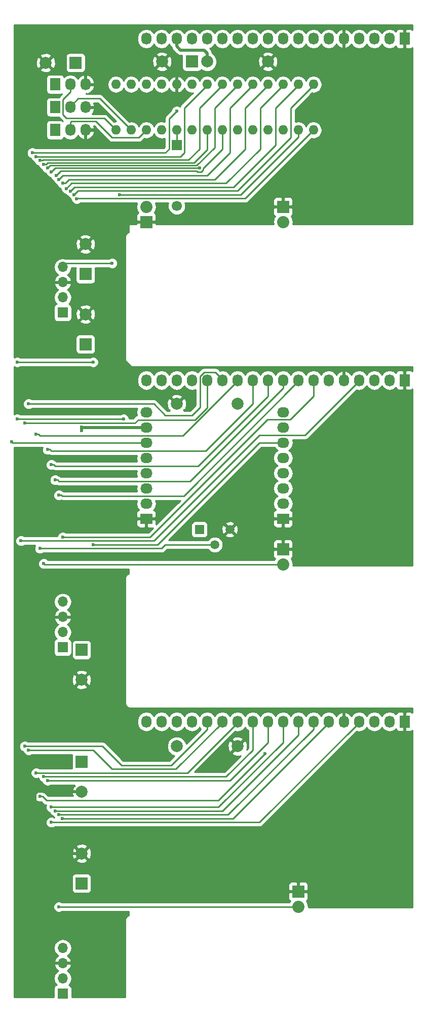
<source format=gbl>
G04 #@! TF.FileFunction,Copper,L2,Bot,Signal*
%FSLAX46Y46*%
G04 Gerber Fmt 4.6, Leading zero omitted, Abs format (unit mm)*
G04 Created by KiCad (PCBNEW 4.0.2-stable) date woensdag 06 september 2017 16:48:58*
%MOMM*%
G01*
G04 APERTURE LIST*
%ADD10C,0.100000*%
%ADD11R,1.727200X2.032000*%
%ADD12O,1.727200X2.032000*%
%ADD13R,2.032000X1.727200*%
%ADD14O,2.032000X1.727200*%
%ADD15C,1.510000*%
%ADD16R,1.510000X1.510000*%
%ADD17R,2.032000X2.032000*%
%ADD18O,2.032000X2.032000*%
%ADD19O,1.600000X1.600000*%
%ADD20C,1.699260*%
%ADD21R,1.699260X1.699260*%
%ADD22C,1.998980*%
%ADD23R,2.000000X2.000000*%
%ADD24C,2.000000*%
%ADD25R,1.700000X1.700000*%
%ADD26O,1.700000X1.700000*%
%ADD27C,0.600000*%
%ADD28C,0.500000*%
%ADD29C,1.000000*%
%ADD30C,0.250000*%
%ADD31C,0.254000*%
G04 APERTURE END LIST*
D10*
D11*
X154930000Y-28360000D03*
D12*
X152390000Y-28360000D03*
X149850000Y-28360000D03*
X147310000Y-28360000D03*
X144770000Y-28360000D03*
X142230000Y-28360000D03*
X139690000Y-28360000D03*
X137150000Y-28360000D03*
X134610000Y-28360000D03*
X132070000Y-28360000D03*
X129530000Y-28360000D03*
X126990000Y-28360000D03*
X124450000Y-28360000D03*
X121910000Y-28360000D03*
X119370000Y-28360000D03*
X116830000Y-28360000D03*
X114290000Y-28360000D03*
X111750000Y-28360000D03*
D11*
X154930000Y-85360000D03*
D12*
X152390000Y-85360000D03*
X149850000Y-85360000D03*
X147310000Y-85360000D03*
X144770000Y-85360000D03*
X142230000Y-85360000D03*
X139690000Y-85360000D03*
X137150000Y-85360000D03*
X134610000Y-85360000D03*
X132070000Y-85360000D03*
X129530000Y-85360000D03*
X126990000Y-85360000D03*
X124450000Y-85360000D03*
X121910000Y-85360000D03*
X119370000Y-85360000D03*
X116830000Y-85360000D03*
X114290000Y-85360000D03*
X111750000Y-85360000D03*
D11*
X154930000Y-142360000D03*
D12*
X152390000Y-142360000D03*
X149850000Y-142360000D03*
X147310000Y-142360000D03*
X144770000Y-142360000D03*
X142230000Y-142360000D03*
X139690000Y-142360000D03*
X137150000Y-142360000D03*
X134610000Y-142360000D03*
X132070000Y-142360000D03*
X129530000Y-142360000D03*
X126990000Y-142360000D03*
X124450000Y-142360000D03*
X121910000Y-142360000D03*
X119370000Y-142360000D03*
X116830000Y-142360000D03*
X114290000Y-142360000D03*
X111750000Y-142360000D03*
D11*
X96510000Y-35980000D03*
D12*
X99050000Y-35980000D03*
X101590000Y-35980000D03*
D11*
X96510000Y-39790000D03*
D12*
X99050000Y-39790000D03*
X101590000Y-39790000D03*
D11*
X96510000Y-43600000D03*
D12*
X99050000Y-43600000D03*
X101590000Y-43600000D03*
D13*
X111750000Y-108490000D03*
D14*
X111750000Y-105950000D03*
X111750000Y-103410000D03*
X111750000Y-100870000D03*
X111750000Y-98330000D03*
X111750000Y-95790000D03*
X111750000Y-93250000D03*
X111750000Y-90710000D03*
D15*
X125720000Y-110275000D03*
D16*
X120640000Y-110275000D03*
D15*
X123180000Y-112815000D03*
D17*
X137150000Y-170720000D03*
D18*
X137150000Y-173260000D03*
D17*
X134610000Y-113570000D03*
D18*
X134610000Y-116110000D03*
D17*
X134610000Y-56420000D03*
D18*
X134610000Y-58960000D03*
D17*
X111750000Y-58960000D03*
D18*
X111750000Y-56420000D03*
D13*
X134610000Y-108490000D03*
D14*
X134610000Y-105950000D03*
X134610000Y-103410000D03*
X134610000Y-100870000D03*
X134610000Y-98330000D03*
X134610000Y-95790000D03*
X134610000Y-93250000D03*
X134610000Y-90710000D03*
D19*
X139690000Y-35980000D03*
X137150000Y-35980000D03*
X134610000Y-35980000D03*
X132070000Y-35980000D03*
X129530000Y-35980000D03*
X126990000Y-35980000D03*
X124450000Y-35980000D03*
X121910000Y-35980000D03*
X119370000Y-35980000D03*
X116830000Y-35980000D03*
X114290000Y-35980000D03*
X111750000Y-35980000D03*
X109210000Y-35980000D03*
X106670000Y-35980000D03*
X106670000Y-43600000D03*
X109210000Y-43600000D03*
X111750000Y-43600000D03*
X114290000Y-43600000D03*
X116830000Y-43600000D03*
X119370000Y-43600000D03*
X121910000Y-43600000D03*
X124450000Y-43600000D03*
X126990000Y-43600000D03*
X129530000Y-43600000D03*
X132070000Y-43600000D03*
X134610000Y-43600000D03*
X137150000Y-43600000D03*
X139690000Y-43600000D03*
D20*
X116832540Y-56300520D03*
D21*
X116832540Y-46140520D03*
D22*
X116830000Y-146470000D03*
X126990000Y-146470000D03*
X126990000Y-89320000D03*
X116830000Y-89320000D03*
X121910000Y-32170000D03*
X132070000Y-32170000D03*
D23*
X119370000Y-32170000D03*
D24*
X114370000Y-32170000D03*
D23*
X99930000Y-32360000D03*
D24*
X94930000Y-32360000D03*
D23*
X101590000Y-67650000D03*
D24*
X101590000Y-62650000D03*
D23*
X101590000Y-79360000D03*
D24*
X101590000Y-74360000D03*
D23*
X100955000Y-149090000D03*
D24*
X100955000Y-154090000D03*
D23*
X100930000Y-169360000D03*
D24*
X100930000Y-164360000D03*
D23*
X100930000Y-130360000D03*
D24*
X100930000Y-135360000D03*
D25*
X97780000Y-187745000D03*
D26*
X97780000Y-185205000D03*
X97780000Y-182665000D03*
X97780000Y-180125000D03*
D25*
X97780000Y-129960000D03*
D26*
X97780000Y-127420000D03*
X97780000Y-124880000D03*
X97780000Y-122340000D03*
D25*
X97780000Y-74080000D03*
D26*
X97780000Y-71540000D03*
X97780000Y-69000000D03*
X97780000Y-66460000D03*
D27*
X109845000Y-84240000D03*
X109845000Y-28360000D03*
X109845000Y-142660000D03*
X102860000Y-112815000D03*
X90160000Y-82335000D03*
X102860000Y-82335000D03*
X94605000Y-49315000D03*
X97135010Y-173280539D03*
X96675013Y-51220000D03*
X94605000Y-115990000D03*
X131562000Y-147740000D03*
X93970000Y-154852000D03*
X93970000Y-113450000D03*
X120640000Y-49950000D03*
X95875000Y-50585000D03*
X95875000Y-159170000D03*
X116830000Y-40425000D03*
X92700000Y-47410000D03*
X90795000Y-112180000D03*
X97749979Y-158535000D03*
X100119958Y-55052364D03*
X97145000Y-157900000D03*
X97780000Y-111545000D03*
X99674984Y-54387520D03*
X96510000Y-157265000D03*
X97145000Y-104560000D03*
X99050000Y-53819031D03*
X95875000Y-156630000D03*
X96510000Y-102020000D03*
X98387744Y-53365029D03*
X95240000Y-152185000D03*
X95875000Y-99480000D03*
X97780000Y-52490000D03*
X94605000Y-151550000D03*
X97150951Y-51863041D03*
X95240000Y-96940000D03*
X93335000Y-150915000D03*
X95240000Y-49950000D03*
X93335000Y-94400000D03*
X126990000Y-142360000D03*
X92065000Y-147105000D03*
X93970000Y-48680000D03*
X92065000Y-89320000D03*
X91430000Y-146470000D03*
X93335000Y-48045000D03*
X91430000Y-92495000D03*
X107305000Y-54395000D03*
X100955000Y-93220010D03*
X100955000Y-93765000D03*
X90160000Y-91860000D03*
X107940002Y-91860000D03*
X89280990Y-95670000D03*
X106035000Y-65825000D03*
D28*
X99540787Y-154090000D02*
X100955000Y-154090000D01*
X100930000Y-164360000D02*
X99515787Y-164360000D01*
X93561999Y-154001999D02*
X99452786Y-154001999D01*
X99515787Y-164360000D02*
X93119993Y-157964206D01*
X93119993Y-157964206D02*
X93119993Y-154444005D01*
X99452786Y-154001999D02*
X99540787Y-154090000D01*
X93119993Y-154444005D02*
X93561999Y-154001999D01*
X101590000Y-43600000D02*
X102953600Y-43600000D01*
X102953600Y-43600000D02*
X105493600Y-46140000D01*
X105493600Y-46140000D02*
X109210000Y-46140000D01*
D29*
X107305000Y-81700000D02*
X109845000Y-84240000D01*
D30*
X102860000Y-112815000D02*
X113655000Y-112815000D01*
X130680000Y-95790000D02*
X134610000Y-95790000D01*
X113655000Y-112815000D02*
X130680000Y-95790000D01*
X102860000Y-82335000D02*
X90160000Y-82335000D01*
X121910000Y-43720000D02*
X121910000Y-46855033D01*
X95294286Y-49049978D02*
X95029264Y-49315000D01*
X119715055Y-49049978D02*
X95294286Y-49049978D01*
X121910000Y-46855033D02*
X119715055Y-49049978D01*
X95029264Y-49315000D02*
X94605000Y-49315000D01*
X97155549Y-173260000D02*
X97135010Y-173280539D01*
X137150000Y-173260000D02*
X97155549Y-173260000D01*
X97495002Y-50400011D02*
X96675013Y-51220000D01*
X120339999Y-50575001D02*
X120165009Y-50400011D01*
X120940001Y-50575001D02*
X120339999Y-50575001D01*
X121265001Y-50250001D02*
X120940001Y-50575001D01*
X121265001Y-49959999D02*
X121265001Y-50250001D01*
X124450000Y-46775000D02*
X121265001Y-49959999D01*
X120165009Y-50400011D02*
X97495002Y-50400011D01*
X124450000Y-43720000D02*
X124450000Y-46775000D01*
X94725000Y-116110000D02*
X94605000Y-115990000D01*
X134610000Y-116110000D02*
X94725000Y-116110000D01*
X104727798Y-41657798D02*
X106670000Y-43600000D01*
X98415000Y-41657798D02*
X104727798Y-41657798D01*
X97798601Y-41041399D02*
X98415000Y-41657798D01*
X99050000Y-35980000D02*
X99050000Y-37246000D01*
X99050000Y-37246000D02*
X97798601Y-38497399D01*
X97798601Y-38497399D02*
X97798601Y-41041399D01*
X100338610Y-38348990D02*
X103958990Y-38348990D01*
X103958990Y-38348990D02*
X109210000Y-43600000D01*
X99050000Y-39637600D02*
X100338610Y-38348990D01*
X99050000Y-39790000D02*
X99050000Y-39637600D01*
X99050000Y-43600000D02*
X99050000Y-42334000D01*
X110480000Y-44870000D02*
X111750000Y-43600000D01*
X99050000Y-42334000D02*
X99225010Y-42158990D01*
X99225010Y-42158990D02*
X103323990Y-42158990D01*
X103323990Y-42158990D02*
X106035000Y-44870000D01*
X106035000Y-44870000D02*
X110480000Y-44870000D01*
X123786999Y-155515001D02*
X131562000Y-147740000D01*
X94394264Y-154852000D02*
X95057265Y-155515001D01*
X93970000Y-154852000D02*
X94394264Y-154852000D01*
X95057265Y-155515001D02*
X123786999Y-155515001D01*
X114290000Y-113450000D02*
X93970000Y-113450000D01*
X114925000Y-112815000D02*
X114290000Y-113450000D01*
X123180000Y-112815000D02*
X114925000Y-112815000D01*
X96510000Y-49950000D02*
X120640000Y-49950000D01*
X95875000Y-50585000D02*
X96510000Y-49950000D01*
X130652400Y-159170000D02*
X95875000Y-159170000D01*
X147310000Y-142360000D02*
X147310000Y-142512400D01*
X147310000Y-142512400D02*
X130652400Y-159170000D01*
X115560000Y-41695000D02*
X116830000Y-40425000D01*
X115560000Y-46775000D02*
X115560000Y-41695000D01*
X92700000Y-47410000D02*
X114925000Y-47410000D01*
X114925000Y-47410000D02*
X115560000Y-46775000D01*
X113020000Y-112180000D02*
X90795000Y-112180000D01*
X138283790Y-94538610D02*
X130661390Y-94538610D01*
X147310000Y-85360000D02*
X147310000Y-85512400D01*
X147310000Y-85512400D02*
X138283790Y-94538610D01*
X130661390Y-94538610D02*
X113020000Y-112180000D01*
X142230000Y-142512400D02*
X126207400Y-158535000D01*
X142230000Y-142360000D02*
X142230000Y-142512400D01*
X126207400Y-158535000D02*
X98174243Y-158535000D01*
X98174243Y-158535000D02*
X97749979Y-158535000D01*
X139690000Y-43600000D02*
X128260000Y-55030000D01*
X128260000Y-55030000D02*
X100142322Y-55030000D01*
X100142322Y-55030000D02*
X100119958Y-55052364D01*
X125416000Y-157900000D02*
X97145000Y-157900000D01*
X139690000Y-143626000D02*
X125416000Y-157900000D01*
X139690000Y-142360000D02*
X139690000Y-143626000D01*
X135841390Y-91898610D02*
X132031390Y-91898610D01*
X139690000Y-88050000D02*
X135841390Y-91898610D01*
X139690000Y-85360000D02*
X139690000Y-88050000D01*
X112385000Y-111545000D02*
X97780000Y-111545000D01*
X132031390Y-91898610D02*
X112385000Y-111545000D01*
X99674984Y-54387520D02*
X99692480Y-54387520D01*
X135880000Y-44870000D02*
X135880000Y-39910000D01*
X99692480Y-54387520D02*
X100320000Y-53760000D01*
X100320000Y-53760000D02*
X126990000Y-53760000D01*
X126990000Y-53760000D02*
X135880000Y-44870000D01*
X135880000Y-39910000D02*
X139690000Y-36100000D01*
X124450000Y-157265000D02*
X96510000Y-157265000D01*
X137150000Y-142360000D02*
X137150000Y-144565000D01*
X137150000Y-144565000D02*
X124450000Y-157265000D01*
X97569264Y-104560000D02*
X97145000Y-104560000D01*
X97670654Y-104661390D02*
X97569264Y-104560000D01*
X118001010Y-104661390D02*
X97670654Y-104661390D01*
X137150000Y-85360000D02*
X137150000Y-85512400D01*
X137150000Y-85512400D02*
X118001010Y-104661390D01*
X99050000Y-53819031D02*
X99744031Y-53125000D01*
X99744031Y-53125000D02*
X126355000Y-53125000D01*
X126355000Y-53125000D02*
X133340000Y-46140000D01*
X133340000Y-46140000D02*
X133340000Y-39910000D01*
X133340000Y-39910000D02*
X137150000Y-36100000D01*
X123816411Y-156630000D02*
X95875000Y-156630000D01*
X134610000Y-145836411D02*
X123816411Y-156630000D01*
X134610000Y-142360000D02*
X134610000Y-145836411D01*
X96934264Y-102020000D02*
X96510000Y-102020000D01*
X97135654Y-102221390D02*
X96934264Y-102020000D01*
X119014610Y-102221390D02*
X97135654Y-102221390D01*
X134610000Y-85360000D02*
X134610000Y-86626000D01*
X134610000Y-86626000D02*
X119014610Y-102221390D01*
X134610000Y-36100000D02*
X130800000Y-39910000D01*
X130800000Y-39910000D02*
X130800000Y-46775000D01*
X130800000Y-46775000D02*
X125085000Y-52490000D01*
X125085000Y-52490000D02*
X99262773Y-52490000D01*
X99262773Y-52490000D02*
X98387744Y-53365029D01*
X95664264Y-152185000D02*
X95240000Y-152185000D01*
X125720000Y-152185000D02*
X95664264Y-152185000D01*
X132070000Y-145835000D02*
X125720000Y-152185000D01*
X132070000Y-142360000D02*
X132070000Y-145835000D01*
X96299264Y-99480000D02*
X95875000Y-99480000D01*
X96500654Y-99681390D02*
X96299264Y-99480000D01*
X120438610Y-99681390D02*
X96500654Y-99681390D01*
X132070000Y-88050000D02*
X120438610Y-99681390D01*
X132070000Y-85360000D02*
X132070000Y-88050000D01*
X132070000Y-36100000D02*
X128260000Y-39910000D01*
X128260000Y-39910000D02*
X128260000Y-46775000D01*
X128260000Y-46775000D02*
X123180000Y-51855000D01*
X123180000Y-51855000D02*
X98839264Y-51855000D01*
X98839264Y-51855000D02*
X98204264Y-52490000D01*
X98204264Y-52490000D02*
X97780000Y-52490000D01*
X95029264Y-151550000D02*
X94605000Y-151550000D01*
X129530000Y-147105000D02*
X125085000Y-151550000D01*
X125085000Y-151550000D02*
X95029264Y-151550000D01*
X129530000Y-142360000D02*
X129530000Y-147105000D01*
X121910000Y-51220000D02*
X97793992Y-51220000D01*
X97793992Y-51220000D02*
X97150951Y-51863041D01*
X125720000Y-47410000D02*
X121910000Y-51220000D01*
X125720000Y-39910000D02*
X125720000Y-47410000D01*
X129530000Y-36100000D02*
X125720000Y-39910000D01*
X95664264Y-96940000D02*
X95240000Y-96940000D01*
X129530000Y-85360000D02*
X129530000Y-89320000D01*
X129530000Y-89320000D02*
X121708610Y-97141390D01*
X121708610Y-97141390D02*
X95865654Y-97141390D01*
X95865654Y-97141390D02*
X95664264Y-96940000D01*
X126990000Y-142512400D02*
X118587400Y-150915000D01*
X126990000Y-142360000D02*
X126990000Y-142512400D01*
X118587400Y-150915000D02*
X93335000Y-150915000D01*
X95690011Y-49499989D02*
X95240000Y-49950000D01*
X123180000Y-46484998D02*
X120165009Y-49499989D01*
X120165009Y-49499989D02*
X95690011Y-49499989D01*
X126990000Y-36100000D02*
X123180000Y-39910000D01*
X123180000Y-39910000D02*
X123180000Y-46484998D01*
X93759264Y-94400000D02*
X93335000Y-94400000D01*
X93960654Y-94601390D02*
X93759264Y-94400000D01*
X117901010Y-94601390D02*
X93960654Y-94601390D01*
X126990000Y-85512400D02*
X117901010Y-94601390D01*
X126990000Y-85360000D02*
X126990000Y-85512400D01*
X102860000Y-147105000D02*
X92065000Y-147105000D01*
X106035000Y-150280000D02*
X102860000Y-147105000D01*
X124450000Y-142360000D02*
X124450000Y-142512400D01*
X124450000Y-142512400D02*
X116682400Y-150280000D01*
X116682400Y-150280000D02*
X106035000Y-150280000D01*
X94394264Y-48680000D02*
X93970000Y-48680000D01*
X94474297Y-48599967D02*
X94394264Y-48680000D01*
X124450000Y-36100000D02*
X120640000Y-39910000D01*
X120640000Y-39910000D02*
X120640000Y-46775000D01*
X120640000Y-46775000D02*
X118815033Y-48599967D01*
X118815033Y-48599967D02*
X94474297Y-48599967D01*
X114925000Y-91225000D02*
X113020000Y-89320000D01*
X113020000Y-89320000D02*
X92065000Y-89320000D01*
X119367180Y-91225000D02*
X114925000Y-91225000D01*
X123261390Y-84018990D02*
X121417662Y-84018990D01*
X121417662Y-84018990D02*
X120721390Y-84715262D01*
X120721390Y-84715262D02*
X120721390Y-89870790D01*
X120721390Y-89870790D02*
X119367180Y-91225000D01*
X124450000Y-85207600D02*
X123261390Y-84018990D01*
X124450000Y-85360000D02*
X124450000Y-85207600D01*
X91854264Y-146470000D02*
X91430000Y-146470000D01*
X104420002Y-146470000D02*
X91854264Y-146470000D01*
X107595002Y-149645000D02*
X104420002Y-146470000D01*
X115891000Y-149645000D02*
X107595002Y-149645000D01*
X121910000Y-143626000D02*
X115891000Y-149645000D01*
X121910000Y-142360000D02*
X121910000Y-143626000D01*
X117465000Y-48045000D02*
X93335000Y-48045000D01*
X118100000Y-39910000D02*
X118100000Y-47410000D01*
X121910000Y-36100000D02*
X118100000Y-39910000D01*
X118100000Y-47410000D02*
X117465000Y-48045000D01*
X109845000Y-92495000D02*
X91430000Y-92495000D01*
X110378610Y-91961390D02*
X109845000Y-92495000D01*
X121910000Y-85360000D02*
X121910000Y-89955000D01*
X119903610Y-91961390D02*
X110378610Y-91961390D01*
X121910000Y-89955000D02*
X119903610Y-91961390D01*
X127486370Y-54395000D02*
X107305000Y-54395000D01*
X137150000Y-44731370D02*
X127486370Y-54395000D01*
X137150000Y-43600000D02*
X137150000Y-44731370D01*
D28*
X116830000Y-28360000D02*
X116830000Y-29626000D01*
X121418492Y-30265000D02*
X121910000Y-30756508D01*
X116830000Y-29626000D02*
X117469000Y-30265000D01*
X117469000Y-30265000D02*
X121418492Y-30265000D01*
X121910000Y-30756508D02*
X121910000Y-32170000D01*
X111750000Y-93250000D02*
X100984990Y-93250000D01*
X100984990Y-93250000D02*
X100955000Y-93220010D01*
X100955000Y-93765000D02*
X100955000Y-93220010D01*
D30*
X116830000Y-46140000D02*
X116830000Y-43600000D01*
X107940002Y-91860000D02*
X90160000Y-91860000D01*
X134610000Y-90710000D02*
X134457600Y-90710000D01*
X89400990Y-95790000D02*
X89280990Y-95670000D01*
X111750000Y-95790000D02*
X89400990Y-95790000D01*
X106035000Y-65825000D02*
X98415000Y-65825000D01*
X98415000Y-65825000D02*
X97780000Y-66460000D01*
D31*
G36*
X156220000Y-26872375D02*
X156153298Y-26805673D01*
X155919909Y-26709000D01*
X155215750Y-26709000D01*
X155057000Y-26867750D01*
X155057000Y-28233000D01*
X155077000Y-28233000D01*
X155077000Y-28487000D01*
X155057000Y-28487000D01*
X155057000Y-29852250D01*
X155215750Y-30011000D01*
X155919909Y-30011000D01*
X156153298Y-29914327D01*
X156220000Y-29847625D01*
X156220000Y-59328000D01*
X136220145Y-59328000D01*
X136293345Y-58960000D01*
X136167670Y-58328190D01*
X135943034Y-57991999D01*
X135985698Y-57974327D01*
X136164327Y-57795699D01*
X136261000Y-57562310D01*
X136261000Y-56705750D01*
X136102250Y-56547000D01*
X134737000Y-56547000D01*
X134737000Y-56567000D01*
X134483000Y-56567000D01*
X134483000Y-56547000D01*
X133117750Y-56547000D01*
X132959000Y-56705750D01*
X132959000Y-57562310D01*
X133055673Y-57795699D01*
X133234302Y-57974327D01*
X133276966Y-57991999D01*
X133052330Y-58328190D01*
X132926655Y-58960000D01*
X132999855Y-59328000D01*
X113401000Y-59328000D01*
X113401000Y-59245750D01*
X113242250Y-59087000D01*
X111877000Y-59087000D01*
X111877000Y-59107000D01*
X111623000Y-59107000D01*
X111623000Y-59087000D01*
X110257750Y-59087000D01*
X110099000Y-59245750D01*
X110099000Y-59328000D01*
X108930000Y-59328000D01*
X108880590Y-59338006D01*
X108838965Y-59366447D01*
X108811685Y-59408841D01*
X108803000Y-59455000D01*
X108803000Y-60675262D01*
X108658295Y-60704046D01*
X108427954Y-60857954D01*
X108274046Y-61088295D01*
X108220000Y-61360000D01*
X108220000Y-82360000D01*
X108274046Y-82631705D01*
X108427954Y-82862046D01*
X108658295Y-83015954D01*
X108930000Y-83070000D01*
X156220000Y-83070000D01*
X156220000Y-83872375D01*
X156153298Y-83805673D01*
X155919909Y-83709000D01*
X155215750Y-83709000D01*
X155057000Y-83867750D01*
X155057000Y-85233000D01*
X155077000Y-85233000D01*
X155077000Y-85487000D01*
X155057000Y-85487000D01*
X155057000Y-86852250D01*
X155215750Y-87011000D01*
X155919909Y-87011000D01*
X156153298Y-86914327D01*
X156220000Y-86847625D01*
X156220000Y-116328000D01*
X136249982Y-116328000D01*
X136293345Y-116110000D01*
X136167670Y-115478190D01*
X135943034Y-115141999D01*
X135985698Y-115124327D01*
X136164327Y-114945699D01*
X136261000Y-114712310D01*
X136261000Y-113855750D01*
X136102250Y-113697000D01*
X134737000Y-113697000D01*
X134737000Y-113717000D01*
X134483000Y-113717000D01*
X134483000Y-113697000D01*
X133117750Y-113697000D01*
X132959000Y-113855750D01*
X132959000Y-114712310D01*
X133055673Y-114945699D01*
X133234302Y-115124327D01*
X133276966Y-115141999D01*
X133137984Y-115350000D01*
X95287254Y-115350000D01*
X95135327Y-115197808D01*
X94791799Y-115055162D01*
X94419833Y-115054838D01*
X94076057Y-115196883D01*
X93812808Y-115459673D01*
X93670162Y-115803201D01*
X93669838Y-116175167D01*
X93811883Y-116518943D01*
X94074673Y-116782192D01*
X94418201Y-116924838D01*
X94790167Y-116925162D01*
X94923670Y-116870000D01*
X108803000Y-116870000D01*
X108803000Y-117675262D01*
X108658295Y-117704046D01*
X108427954Y-117857954D01*
X108274046Y-118088295D01*
X108220000Y-118360000D01*
X108220000Y-139360000D01*
X108274046Y-139631705D01*
X108427954Y-139862046D01*
X108658295Y-140015954D01*
X108930000Y-140070000D01*
X156220000Y-140070000D01*
X156220000Y-140872375D01*
X156153298Y-140805673D01*
X155919909Y-140709000D01*
X155215750Y-140709000D01*
X155057000Y-140867750D01*
X155057000Y-142233000D01*
X155077000Y-142233000D01*
X155077000Y-142487000D01*
X155057000Y-142487000D01*
X155057000Y-143852250D01*
X155215750Y-144011000D01*
X155919909Y-144011000D01*
X156153298Y-143914327D01*
X156220000Y-143847625D01*
X156220000Y-173328000D01*
X138819819Y-173328000D01*
X138833345Y-173260000D01*
X138707670Y-172628190D01*
X138483034Y-172291999D01*
X138525698Y-172274327D01*
X138704327Y-172095699D01*
X138801000Y-171862310D01*
X138801000Y-171005750D01*
X138642250Y-170847000D01*
X137277000Y-170847000D01*
X137277000Y-170867000D01*
X137023000Y-170867000D01*
X137023000Y-170847000D01*
X135657750Y-170847000D01*
X135499000Y-171005750D01*
X135499000Y-171862310D01*
X135595673Y-172095699D01*
X135774302Y-172274327D01*
X135816966Y-172291999D01*
X135677984Y-172500000D01*
X97676970Y-172500000D01*
X97665337Y-172488347D01*
X97321809Y-172345701D01*
X96949843Y-172345377D01*
X96606067Y-172487422D01*
X96342818Y-172750212D01*
X96200172Y-173093740D01*
X96199848Y-173465706D01*
X96341893Y-173809482D01*
X96604683Y-174072731D01*
X96948211Y-174215377D01*
X97320177Y-174215701D01*
X97663953Y-174073656D01*
X97717703Y-174020000D01*
X108803000Y-174020000D01*
X108803000Y-174675262D01*
X108658295Y-174704046D01*
X108427954Y-174857954D01*
X108274046Y-175088295D01*
X108220000Y-175360000D01*
X108220000Y-188328000D01*
X99277440Y-188328000D01*
X99277440Y-186895000D01*
X99233162Y-186659683D01*
X99094090Y-186443559D01*
X98881890Y-186298569D01*
X98814459Y-186284914D01*
X98859147Y-186255054D01*
X99181054Y-185773285D01*
X99294093Y-185205000D01*
X99181054Y-184636715D01*
X98859147Y-184154946D01*
X98518447Y-183927298D01*
X98661358Y-183860183D01*
X99051645Y-183431924D01*
X99221476Y-183021890D01*
X99100155Y-182792000D01*
X97907000Y-182792000D01*
X97907000Y-182812000D01*
X97653000Y-182812000D01*
X97653000Y-182792000D01*
X96459845Y-182792000D01*
X96338524Y-183021890D01*
X96508355Y-183431924D01*
X96898642Y-183860183D01*
X97041553Y-183927298D01*
X96700853Y-184154946D01*
X96378946Y-184636715D01*
X96265907Y-185205000D01*
X96378946Y-185773285D01*
X96700853Y-186255054D01*
X96742452Y-186282850D01*
X96694683Y-186291838D01*
X96478559Y-186430910D01*
X96333569Y-186643110D01*
X96282560Y-186895000D01*
X96282560Y-188328000D01*
X89640000Y-188328000D01*
X89640000Y-180125000D01*
X96265907Y-180125000D01*
X96378946Y-180693285D01*
X96700853Y-181175054D01*
X97041553Y-181402702D01*
X96898642Y-181469817D01*
X96508355Y-181898076D01*
X96338524Y-182308110D01*
X96459845Y-182538000D01*
X97653000Y-182538000D01*
X97653000Y-182518000D01*
X97907000Y-182518000D01*
X97907000Y-182538000D01*
X99100155Y-182538000D01*
X99221476Y-182308110D01*
X99051645Y-181898076D01*
X98661358Y-181469817D01*
X98518447Y-181402702D01*
X98859147Y-181175054D01*
X99181054Y-180693285D01*
X99294093Y-180125000D01*
X99181054Y-179556715D01*
X98859147Y-179074946D01*
X98377378Y-178753039D01*
X97809093Y-178640000D01*
X97750907Y-178640000D01*
X97182622Y-178753039D01*
X96700853Y-179074946D01*
X96378946Y-179556715D01*
X96265907Y-180125000D01*
X89640000Y-180125000D01*
X89640000Y-168360000D01*
X99282560Y-168360000D01*
X99282560Y-170360000D01*
X99326838Y-170595317D01*
X99465910Y-170811441D01*
X99678110Y-170956431D01*
X99930000Y-171007440D01*
X101930000Y-171007440D01*
X102165317Y-170963162D01*
X102381441Y-170824090D01*
X102526431Y-170611890D01*
X102577440Y-170360000D01*
X102577440Y-169577690D01*
X135499000Y-169577690D01*
X135499000Y-170434250D01*
X135657750Y-170593000D01*
X137023000Y-170593000D01*
X137023000Y-169227750D01*
X137277000Y-169227750D01*
X137277000Y-170593000D01*
X138642250Y-170593000D01*
X138801000Y-170434250D01*
X138801000Y-169577690D01*
X138704327Y-169344301D01*
X138525698Y-169165673D01*
X138292309Y-169069000D01*
X137435750Y-169069000D01*
X137277000Y-169227750D01*
X137023000Y-169227750D01*
X136864250Y-169069000D01*
X136007691Y-169069000D01*
X135774302Y-169165673D01*
X135595673Y-169344301D01*
X135499000Y-169577690D01*
X102577440Y-169577690D01*
X102577440Y-168360000D01*
X102533162Y-168124683D01*
X102394090Y-167908559D01*
X102181890Y-167763569D01*
X101930000Y-167712560D01*
X99930000Y-167712560D01*
X99694683Y-167756838D01*
X99478559Y-167895910D01*
X99333569Y-168108110D01*
X99282560Y-168360000D01*
X89640000Y-168360000D01*
X89640000Y-165512532D01*
X99957073Y-165512532D01*
X100055736Y-165779387D01*
X100665461Y-166005908D01*
X101315460Y-165981856D01*
X101804264Y-165779387D01*
X101902927Y-165512532D01*
X100930000Y-164539605D01*
X99957073Y-165512532D01*
X89640000Y-165512532D01*
X89640000Y-164095461D01*
X99284092Y-164095461D01*
X99308144Y-164745460D01*
X99510613Y-165234264D01*
X99777468Y-165332927D01*
X100750395Y-164360000D01*
X101109605Y-164360000D01*
X102082532Y-165332927D01*
X102349387Y-165234264D01*
X102575908Y-164624539D01*
X102551856Y-163974540D01*
X102349387Y-163485736D01*
X102082532Y-163387073D01*
X101109605Y-164360000D01*
X100750395Y-164360000D01*
X99777468Y-163387073D01*
X99510613Y-163485736D01*
X99284092Y-164095461D01*
X89640000Y-164095461D01*
X89640000Y-163207468D01*
X99957073Y-163207468D01*
X100930000Y-164180395D01*
X101902927Y-163207468D01*
X101804264Y-162940613D01*
X101194539Y-162714092D01*
X100544540Y-162738144D01*
X100055736Y-162940613D01*
X99957073Y-163207468D01*
X89640000Y-163207468D01*
X89640000Y-146655167D01*
X90494838Y-146655167D01*
X90636883Y-146998943D01*
X90899673Y-147262192D01*
X91163554Y-147371765D01*
X91271883Y-147633943D01*
X91534673Y-147897192D01*
X91878201Y-148039838D01*
X92250167Y-148040162D01*
X92593943Y-147898117D01*
X92627118Y-147865000D01*
X99353124Y-147865000D01*
X99307560Y-148090000D01*
X99307560Y-150090000D01*
X99319791Y-150155000D01*
X93897463Y-150155000D01*
X93865327Y-150122808D01*
X93521799Y-149980162D01*
X93149833Y-149979838D01*
X92806057Y-150121883D01*
X92542808Y-150384673D01*
X92400162Y-150728201D01*
X92399838Y-151100167D01*
X92541883Y-151443943D01*
X92804673Y-151707192D01*
X93148201Y-151849838D01*
X93520167Y-151850162D01*
X93688597Y-151780568D01*
X93811883Y-152078943D01*
X94074673Y-152342192D01*
X94338554Y-152451765D01*
X94446883Y-152713943D01*
X94709673Y-152977192D01*
X95053201Y-153119838D01*
X95425167Y-153120162D01*
X95768943Y-152978117D01*
X95802118Y-152945000D01*
X99745980Y-152945000D01*
X99688186Y-153002794D01*
X99802466Y-153117074D01*
X99535613Y-153215736D01*
X99309092Y-153825461D01*
X99333144Y-154475460D01*
X99448934Y-154755001D01*
X95372067Y-154755001D01*
X94931665Y-154314599D01*
X94685103Y-154149852D01*
X94566704Y-154126301D01*
X94500327Y-154059808D01*
X94156799Y-153917162D01*
X93784833Y-153916838D01*
X93441057Y-154058883D01*
X93177808Y-154321673D01*
X93035162Y-154665201D01*
X93034838Y-155037167D01*
X93176883Y-155380943D01*
X93439673Y-155644192D01*
X93783201Y-155786838D01*
X94155167Y-155787162D01*
X94225545Y-155758083D01*
X94519864Y-156052402D01*
X94766426Y-156217149D01*
X95013611Y-156266318D01*
X94940162Y-156443201D01*
X94939838Y-156815167D01*
X95081883Y-157158943D01*
X95344673Y-157422192D01*
X95608554Y-157531765D01*
X95716883Y-157793943D01*
X95979673Y-158057192D01*
X96243554Y-158166765D01*
X96315310Y-158340430D01*
X96061799Y-158235162D01*
X95689833Y-158234838D01*
X95346057Y-158376883D01*
X95082808Y-158639673D01*
X94940162Y-158983201D01*
X94939838Y-159355167D01*
X95081883Y-159698943D01*
X95344673Y-159962192D01*
X95688201Y-160104838D01*
X96060167Y-160105162D01*
X96403943Y-159963117D01*
X96437118Y-159930000D01*
X130652400Y-159930000D01*
X130943239Y-159872148D01*
X131189801Y-159707401D01*
X146929536Y-143967666D01*
X147310000Y-144043345D01*
X147883489Y-143929271D01*
X148369670Y-143604415D01*
X148580000Y-143289634D01*
X148790330Y-143604415D01*
X149276511Y-143929271D01*
X149850000Y-144043345D01*
X150423489Y-143929271D01*
X150909670Y-143604415D01*
X151120000Y-143289634D01*
X151330330Y-143604415D01*
X151816511Y-143929271D01*
X152390000Y-144043345D01*
X152963489Y-143929271D01*
X153449670Y-143604415D01*
X153464500Y-143582220D01*
X153528073Y-143735699D01*
X153706702Y-143914327D01*
X153940091Y-144011000D01*
X154644250Y-144011000D01*
X154803000Y-143852250D01*
X154803000Y-142487000D01*
X154783000Y-142487000D01*
X154783000Y-142233000D01*
X154803000Y-142233000D01*
X154803000Y-140867750D01*
X154644250Y-140709000D01*
X153940091Y-140709000D01*
X153706702Y-140805673D01*
X153528073Y-140984301D01*
X153464500Y-141137780D01*
X153449670Y-141115585D01*
X152963489Y-140790729D01*
X152390000Y-140676655D01*
X151816511Y-140790729D01*
X151330330Y-141115585D01*
X151120000Y-141430366D01*
X150909670Y-141115585D01*
X150423489Y-140790729D01*
X149850000Y-140676655D01*
X149276511Y-140790729D01*
X148790330Y-141115585D01*
X148580000Y-141430366D01*
X148369670Y-141115585D01*
X147883489Y-140790729D01*
X147310000Y-140676655D01*
X146736511Y-140790729D01*
X146250330Y-141115585D01*
X146043539Y-141425069D01*
X145672036Y-141009268D01*
X145144791Y-140755291D01*
X145129026Y-140752642D01*
X144897000Y-140873783D01*
X144897000Y-142233000D01*
X144917000Y-142233000D01*
X144917000Y-142487000D01*
X144897000Y-142487000D01*
X144897000Y-142507000D01*
X144643000Y-142507000D01*
X144643000Y-142487000D01*
X144623000Y-142487000D01*
X144623000Y-142233000D01*
X144643000Y-142233000D01*
X144643000Y-140873783D01*
X144410974Y-140752642D01*
X144395209Y-140755291D01*
X143867964Y-141009268D01*
X143496461Y-141425069D01*
X143289670Y-141115585D01*
X142803489Y-140790729D01*
X142230000Y-140676655D01*
X141656511Y-140790729D01*
X141170330Y-141115585D01*
X140960000Y-141430366D01*
X140749670Y-141115585D01*
X140263489Y-140790729D01*
X139690000Y-140676655D01*
X139116511Y-140790729D01*
X138630330Y-141115585D01*
X138420000Y-141430366D01*
X138209670Y-141115585D01*
X137723489Y-140790729D01*
X137150000Y-140676655D01*
X136576511Y-140790729D01*
X136090330Y-141115585D01*
X135880000Y-141430366D01*
X135669670Y-141115585D01*
X135183489Y-140790729D01*
X134610000Y-140676655D01*
X134036511Y-140790729D01*
X133550330Y-141115585D01*
X133340000Y-141430366D01*
X133129670Y-141115585D01*
X132643489Y-140790729D01*
X132070000Y-140676655D01*
X131496511Y-140790729D01*
X131010330Y-141115585D01*
X130800000Y-141430366D01*
X130589670Y-141115585D01*
X130103489Y-140790729D01*
X129530000Y-140676655D01*
X128956511Y-140790729D01*
X128470330Y-141115585D01*
X128260000Y-141430366D01*
X128049670Y-141115585D01*
X127563489Y-140790729D01*
X126990000Y-140676655D01*
X126416511Y-140790729D01*
X125930330Y-141115585D01*
X125720000Y-141430366D01*
X125509670Y-141115585D01*
X125023489Y-140790729D01*
X124450000Y-140676655D01*
X123876511Y-140790729D01*
X123390330Y-141115585D01*
X123180000Y-141430366D01*
X122969670Y-141115585D01*
X122483489Y-140790729D01*
X121910000Y-140676655D01*
X121336511Y-140790729D01*
X120850330Y-141115585D01*
X120640000Y-141430366D01*
X120429670Y-141115585D01*
X119943489Y-140790729D01*
X119370000Y-140676655D01*
X118796511Y-140790729D01*
X118310330Y-141115585D01*
X118100000Y-141430366D01*
X117889670Y-141115585D01*
X117403489Y-140790729D01*
X116830000Y-140676655D01*
X116256511Y-140790729D01*
X115770330Y-141115585D01*
X115560000Y-141430366D01*
X115349670Y-141115585D01*
X114863489Y-140790729D01*
X114290000Y-140676655D01*
X113716511Y-140790729D01*
X113230330Y-141115585D01*
X113020000Y-141430366D01*
X112809670Y-141115585D01*
X112323489Y-140790729D01*
X111750000Y-140676655D01*
X111176511Y-140790729D01*
X110690330Y-141115585D01*
X110365474Y-141601766D01*
X110251400Y-142175255D01*
X110251400Y-142544745D01*
X110365474Y-143118234D01*
X110690330Y-143604415D01*
X111176511Y-143929271D01*
X111750000Y-144043345D01*
X112323489Y-143929271D01*
X112809670Y-143604415D01*
X113020000Y-143289634D01*
X113230330Y-143604415D01*
X113716511Y-143929271D01*
X114290000Y-144043345D01*
X114863489Y-143929271D01*
X115349670Y-143604415D01*
X115560000Y-143289634D01*
X115770330Y-143604415D01*
X116256511Y-143929271D01*
X116830000Y-144043345D01*
X117403489Y-143929271D01*
X117889670Y-143604415D01*
X118100000Y-143289634D01*
X118310330Y-143604415D01*
X118796511Y-143929271D01*
X119370000Y-144043345D01*
X119943489Y-143929271D01*
X120429670Y-143604415D01*
X120640000Y-143289634D01*
X120850330Y-143604415D01*
X120854198Y-143607000D01*
X118420951Y-146040247D01*
X118216462Y-145545345D01*
X117757073Y-145085154D01*
X117156547Y-144835794D01*
X116506306Y-144835226D01*
X115905345Y-145083538D01*
X115445154Y-145542927D01*
X115195794Y-146143453D01*
X115195226Y-146793694D01*
X115443538Y-147394655D01*
X115902927Y-147854846D01*
X116399964Y-148061234D01*
X115576198Y-148885000D01*
X107909804Y-148885000D01*
X104957403Y-145932599D01*
X104710841Y-145767852D01*
X104420002Y-145710000D01*
X91992463Y-145710000D01*
X91960327Y-145677808D01*
X91616799Y-145535162D01*
X91244833Y-145534838D01*
X90901057Y-145676883D01*
X90637808Y-145939673D01*
X90495162Y-146283201D01*
X90494838Y-146655167D01*
X89640000Y-146655167D01*
X89640000Y-136512532D01*
X99957073Y-136512532D01*
X100055736Y-136779387D01*
X100665461Y-137005908D01*
X101315460Y-136981856D01*
X101804264Y-136779387D01*
X101902927Y-136512532D01*
X100930000Y-135539605D01*
X99957073Y-136512532D01*
X89640000Y-136512532D01*
X89640000Y-135095461D01*
X99284092Y-135095461D01*
X99308144Y-135745460D01*
X99510613Y-136234264D01*
X99777468Y-136332927D01*
X100750395Y-135360000D01*
X101109605Y-135360000D01*
X102082532Y-136332927D01*
X102349387Y-136234264D01*
X102575908Y-135624539D01*
X102551856Y-134974540D01*
X102349387Y-134485736D01*
X102082532Y-134387073D01*
X101109605Y-135360000D01*
X100750395Y-135360000D01*
X99777468Y-134387073D01*
X99510613Y-134485736D01*
X99284092Y-135095461D01*
X89640000Y-135095461D01*
X89640000Y-134207468D01*
X99957073Y-134207468D01*
X100930000Y-135180395D01*
X101902927Y-134207468D01*
X101804264Y-133940613D01*
X101194539Y-133714092D01*
X100544540Y-133738144D01*
X100055736Y-133940613D01*
X99957073Y-134207468D01*
X89640000Y-134207468D01*
X89640000Y-127420000D01*
X96265907Y-127420000D01*
X96378946Y-127988285D01*
X96700853Y-128470054D01*
X96742452Y-128497850D01*
X96694683Y-128506838D01*
X96478559Y-128645910D01*
X96333569Y-128858110D01*
X96282560Y-129110000D01*
X96282560Y-130810000D01*
X96326838Y-131045317D01*
X96465910Y-131261441D01*
X96678110Y-131406431D01*
X96930000Y-131457440D01*
X98630000Y-131457440D01*
X98865317Y-131413162D01*
X99081441Y-131274090D01*
X99226431Y-131061890D01*
X99277440Y-130810000D01*
X99277440Y-129360000D01*
X99282560Y-129360000D01*
X99282560Y-131360000D01*
X99326838Y-131595317D01*
X99465910Y-131811441D01*
X99678110Y-131956431D01*
X99930000Y-132007440D01*
X101930000Y-132007440D01*
X102165317Y-131963162D01*
X102381441Y-131824090D01*
X102526431Y-131611890D01*
X102577440Y-131360000D01*
X102577440Y-129360000D01*
X102533162Y-129124683D01*
X102394090Y-128908559D01*
X102181890Y-128763569D01*
X101930000Y-128712560D01*
X99930000Y-128712560D01*
X99694683Y-128756838D01*
X99478559Y-128895910D01*
X99333569Y-129108110D01*
X99282560Y-129360000D01*
X99277440Y-129360000D01*
X99277440Y-129110000D01*
X99233162Y-128874683D01*
X99094090Y-128658559D01*
X98881890Y-128513569D01*
X98814459Y-128499914D01*
X98859147Y-128470054D01*
X99181054Y-127988285D01*
X99294093Y-127420000D01*
X99181054Y-126851715D01*
X98859147Y-126369946D01*
X98518447Y-126142298D01*
X98661358Y-126075183D01*
X99051645Y-125646924D01*
X99221476Y-125236890D01*
X99100155Y-125007000D01*
X97907000Y-125007000D01*
X97907000Y-125027000D01*
X97653000Y-125027000D01*
X97653000Y-125007000D01*
X96459845Y-125007000D01*
X96338524Y-125236890D01*
X96508355Y-125646924D01*
X96898642Y-126075183D01*
X97041553Y-126142298D01*
X96700853Y-126369946D01*
X96378946Y-126851715D01*
X96265907Y-127420000D01*
X89640000Y-127420000D01*
X89640000Y-122340000D01*
X96265907Y-122340000D01*
X96378946Y-122908285D01*
X96700853Y-123390054D01*
X97041553Y-123617702D01*
X96898642Y-123684817D01*
X96508355Y-124113076D01*
X96338524Y-124523110D01*
X96459845Y-124753000D01*
X97653000Y-124753000D01*
X97653000Y-124733000D01*
X97907000Y-124733000D01*
X97907000Y-124753000D01*
X99100155Y-124753000D01*
X99221476Y-124523110D01*
X99051645Y-124113076D01*
X98661358Y-123684817D01*
X98518447Y-123617702D01*
X98859147Y-123390054D01*
X99181054Y-122908285D01*
X99294093Y-122340000D01*
X99181054Y-121771715D01*
X98859147Y-121289946D01*
X98377378Y-120968039D01*
X97809093Y-120855000D01*
X97750907Y-120855000D01*
X97182622Y-120968039D01*
X96700853Y-121289946D01*
X96378946Y-121771715D01*
X96265907Y-122340000D01*
X89640000Y-122340000D01*
X89640000Y-108775750D01*
X110099000Y-108775750D01*
X110099000Y-109479910D01*
X110195673Y-109713299D01*
X110374302Y-109891927D01*
X110607691Y-109988600D01*
X111464250Y-109988600D01*
X111623000Y-109829850D01*
X111623000Y-108617000D01*
X110257750Y-108617000D01*
X110099000Y-108775750D01*
X89640000Y-108775750D01*
X89640000Y-96550000D01*
X94389539Y-96550000D01*
X94305162Y-96753201D01*
X94304838Y-97125167D01*
X94446883Y-97468943D01*
X94709673Y-97732192D01*
X95053201Y-97874838D01*
X95425167Y-97875162D01*
X95546878Y-97824872D01*
X95574814Y-97843538D01*
X95623068Y-97853136D01*
X95865654Y-97901390D01*
X110151911Y-97901390D01*
X110066655Y-98330000D01*
X110180729Y-98903489D01*
X110192690Y-98921390D01*
X96804923Y-98921390D01*
X96590103Y-98777852D01*
X96471704Y-98754301D01*
X96405327Y-98687808D01*
X96061799Y-98545162D01*
X95689833Y-98544838D01*
X95346057Y-98686883D01*
X95082808Y-98949673D01*
X94940162Y-99293201D01*
X94939838Y-99665167D01*
X95081883Y-100008943D01*
X95344673Y-100272192D01*
X95688201Y-100414838D01*
X96060167Y-100415162D01*
X96181878Y-100364872D01*
X96209814Y-100383538D01*
X96258068Y-100393136D01*
X96500654Y-100441390D01*
X110151911Y-100441390D01*
X110066655Y-100870000D01*
X110180729Y-101443489D01*
X110192690Y-101461390D01*
X97439923Y-101461390D01*
X97225103Y-101317852D01*
X97106704Y-101294301D01*
X97040327Y-101227808D01*
X96696799Y-101085162D01*
X96324833Y-101084838D01*
X95981057Y-101226883D01*
X95717808Y-101489673D01*
X95575162Y-101833201D01*
X95574838Y-102205167D01*
X95716883Y-102548943D01*
X95979673Y-102812192D01*
X96323201Y-102954838D01*
X96695167Y-102955162D01*
X96816878Y-102904872D01*
X96844814Y-102923538D01*
X96893068Y-102933136D01*
X97135654Y-102981390D01*
X110151911Y-102981390D01*
X110066655Y-103410000D01*
X110164399Y-103901390D01*
X97925262Y-103901390D01*
X97860103Y-103857852D01*
X97741704Y-103834301D01*
X97675327Y-103767808D01*
X97331799Y-103625162D01*
X96959833Y-103624838D01*
X96616057Y-103766883D01*
X96352808Y-104029673D01*
X96210162Y-104373201D01*
X96209838Y-104745167D01*
X96351883Y-105088943D01*
X96614673Y-105352192D01*
X96958201Y-105494838D01*
X97330167Y-105495162D01*
X97561336Y-105399645D01*
X97670654Y-105421390D01*
X110171802Y-105421390D01*
X110066655Y-105950000D01*
X110180729Y-106523489D01*
X110505585Y-107009670D01*
X110527780Y-107024500D01*
X110374302Y-107088073D01*
X110195673Y-107266701D01*
X110099000Y-107500090D01*
X110099000Y-108204250D01*
X110257750Y-108363000D01*
X111623000Y-108363000D01*
X111623000Y-108343000D01*
X111877000Y-108343000D01*
X111877000Y-108363000D01*
X113242250Y-108363000D01*
X113401000Y-108204250D01*
X113401000Y-107500090D01*
X113304327Y-107266701D01*
X113125698Y-107088073D01*
X112972220Y-107024500D01*
X112994415Y-107009670D01*
X113319271Y-106523489D01*
X113433345Y-105950000D01*
X113328198Y-105421390D01*
X117433808Y-105421390D01*
X113401000Y-109454198D01*
X113401000Y-108775750D01*
X113242250Y-108617000D01*
X111877000Y-108617000D01*
X111877000Y-109829850D01*
X112035750Y-109988600D01*
X112866598Y-109988600D01*
X112070198Y-110785000D01*
X98342463Y-110785000D01*
X98310327Y-110752808D01*
X97966799Y-110610162D01*
X97594833Y-110609838D01*
X97251057Y-110751883D01*
X96987808Y-111014673D01*
X96845162Y-111358201D01*
X96845108Y-111420000D01*
X91357463Y-111420000D01*
X91325327Y-111387808D01*
X90981799Y-111245162D01*
X90609833Y-111244838D01*
X90266057Y-111386883D01*
X90002808Y-111649673D01*
X89860162Y-111993201D01*
X89859838Y-112365167D01*
X90001883Y-112708943D01*
X90264673Y-112972192D01*
X90608201Y-113114838D01*
X90980167Y-113115162D01*
X91323943Y-112973117D01*
X91357118Y-112940000D01*
X93169367Y-112940000D01*
X93035162Y-113263201D01*
X93034838Y-113635167D01*
X93176883Y-113978943D01*
X93439673Y-114242192D01*
X93783201Y-114384838D01*
X94155167Y-114385162D01*
X94498943Y-114243117D01*
X94532118Y-114210000D01*
X114290000Y-114210000D01*
X114580839Y-114152148D01*
X114827401Y-113987401D01*
X115239802Y-113575000D01*
X121990043Y-113575000D01*
X122000928Y-113601343D01*
X122391600Y-113992698D01*
X122902299Y-114204758D01*
X123455275Y-114205241D01*
X123966343Y-113994072D01*
X124357698Y-113603400D01*
X124569758Y-113092701D01*
X124570241Y-112539725D01*
X124523950Y-112427690D01*
X132959000Y-112427690D01*
X132959000Y-113284250D01*
X133117750Y-113443000D01*
X134483000Y-113443000D01*
X134483000Y-112077750D01*
X134737000Y-112077750D01*
X134737000Y-113443000D01*
X136102250Y-113443000D01*
X136261000Y-113284250D01*
X136261000Y-112427690D01*
X136164327Y-112194301D01*
X135985698Y-112015673D01*
X135752309Y-111919000D01*
X134895750Y-111919000D01*
X134737000Y-112077750D01*
X134483000Y-112077750D01*
X134324250Y-111919000D01*
X133467691Y-111919000D01*
X133234302Y-112015673D01*
X133055673Y-112194301D01*
X132959000Y-112427690D01*
X124523950Y-112427690D01*
X124359072Y-112028657D01*
X123968400Y-111637302D01*
X123457701Y-111425242D01*
X122904725Y-111424759D01*
X122393657Y-111635928D01*
X122002302Y-112026600D01*
X121990509Y-112055000D01*
X115489802Y-112055000D01*
X118024802Y-109520000D01*
X119237560Y-109520000D01*
X119237560Y-111030000D01*
X119281838Y-111265317D01*
X119420910Y-111481441D01*
X119633110Y-111626431D01*
X119885000Y-111677440D01*
X121395000Y-111677440D01*
X121630317Y-111633162D01*
X121846441Y-111494090D01*
X121991431Y-111281890D01*
X121997860Y-111250141D01*
X124924465Y-111250141D01*
X124993068Y-111491601D01*
X125513976Y-111677177D01*
X126066249Y-111649285D01*
X126446932Y-111491601D01*
X126515535Y-111250141D01*
X125720000Y-110454605D01*
X124924465Y-111250141D01*
X121997860Y-111250141D01*
X122042440Y-111030000D01*
X122042440Y-110068976D01*
X124317823Y-110068976D01*
X124345715Y-110621249D01*
X124503399Y-111001932D01*
X124744859Y-111070535D01*
X125540395Y-110275000D01*
X125899605Y-110275000D01*
X126695141Y-111070535D01*
X126936601Y-111001932D01*
X127122177Y-110481024D01*
X127094285Y-109928751D01*
X126936601Y-109548068D01*
X126695141Y-109479465D01*
X125899605Y-110275000D01*
X125540395Y-110275000D01*
X124744859Y-109479465D01*
X124503399Y-109548068D01*
X124317823Y-110068976D01*
X122042440Y-110068976D01*
X122042440Y-109520000D01*
X122001018Y-109299859D01*
X124924465Y-109299859D01*
X125720000Y-110095395D01*
X126515535Y-109299859D01*
X126446932Y-109058399D01*
X125926024Y-108872823D01*
X125373751Y-108900715D01*
X124993068Y-109058399D01*
X124924465Y-109299859D01*
X122001018Y-109299859D01*
X121998162Y-109284683D01*
X121859090Y-109068559D01*
X121646890Y-108923569D01*
X121395000Y-108872560D01*
X119885000Y-108872560D01*
X119649683Y-108916838D01*
X119433559Y-109055910D01*
X119288569Y-109268110D01*
X119237560Y-109520000D01*
X118024802Y-109520000D01*
X118769052Y-108775750D01*
X132959000Y-108775750D01*
X132959000Y-109479910D01*
X133055673Y-109713299D01*
X133234302Y-109891927D01*
X133467691Y-109988600D01*
X134324250Y-109988600D01*
X134483000Y-109829850D01*
X134483000Y-108617000D01*
X134737000Y-108617000D01*
X134737000Y-109829850D01*
X134895750Y-109988600D01*
X135752309Y-109988600D01*
X135985698Y-109891927D01*
X136164327Y-109713299D01*
X136261000Y-109479910D01*
X136261000Y-108775750D01*
X136102250Y-108617000D01*
X134737000Y-108617000D01*
X134483000Y-108617000D01*
X133117750Y-108617000D01*
X132959000Y-108775750D01*
X118769052Y-108775750D01*
X130994802Y-96550000D01*
X133165352Y-96550000D01*
X133365585Y-96849670D01*
X133680366Y-97060000D01*
X133365585Y-97270330D01*
X133040729Y-97756511D01*
X132926655Y-98330000D01*
X133040729Y-98903489D01*
X133365585Y-99389670D01*
X133680366Y-99600000D01*
X133365585Y-99810330D01*
X133040729Y-100296511D01*
X132926655Y-100870000D01*
X133040729Y-101443489D01*
X133365585Y-101929670D01*
X133680366Y-102140000D01*
X133365585Y-102350330D01*
X133040729Y-102836511D01*
X132926655Y-103410000D01*
X133040729Y-103983489D01*
X133365585Y-104469670D01*
X133680366Y-104680000D01*
X133365585Y-104890330D01*
X133040729Y-105376511D01*
X132926655Y-105950000D01*
X133040729Y-106523489D01*
X133365585Y-107009670D01*
X133387780Y-107024500D01*
X133234302Y-107088073D01*
X133055673Y-107266701D01*
X132959000Y-107500090D01*
X132959000Y-108204250D01*
X133117750Y-108363000D01*
X134483000Y-108363000D01*
X134483000Y-108343000D01*
X134737000Y-108343000D01*
X134737000Y-108363000D01*
X136102250Y-108363000D01*
X136261000Y-108204250D01*
X136261000Y-107500090D01*
X136164327Y-107266701D01*
X135985698Y-107088073D01*
X135832220Y-107024500D01*
X135854415Y-107009670D01*
X136179271Y-106523489D01*
X136293345Y-105950000D01*
X136179271Y-105376511D01*
X135854415Y-104890330D01*
X135539634Y-104680000D01*
X135854415Y-104469670D01*
X136179271Y-103983489D01*
X136293345Y-103410000D01*
X136179271Y-102836511D01*
X135854415Y-102350330D01*
X135539634Y-102140000D01*
X135854415Y-101929670D01*
X136179271Y-101443489D01*
X136293345Y-100870000D01*
X136179271Y-100296511D01*
X135854415Y-99810330D01*
X135539634Y-99600000D01*
X135854415Y-99389670D01*
X136179271Y-98903489D01*
X136293345Y-98330000D01*
X136179271Y-97756511D01*
X135854415Y-97270330D01*
X135539634Y-97060000D01*
X135854415Y-96849670D01*
X136179271Y-96363489D01*
X136293345Y-95790000D01*
X136195601Y-95298610D01*
X138283790Y-95298610D01*
X138574629Y-95240758D01*
X138821191Y-95076011D01*
X146929536Y-86967666D01*
X147310000Y-87043345D01*
X147883489Y-86929271D01*
X148369670Y-86604415D01*
X148580000Y-86289634D01*
X148790330Y-86604415D01*
X149276511Y-86929271D01*
X149850000Y-87043345D01*
X150423489Y-86929271D01*
X150909670Y-86604415D01*
X151120000Y-86289634D01*
X151330330Y-86604415D01*
X151816511Y-86929271D01*
X152390000Y-87043345D01*
X152963489Y-86929271D01*
X153449670Y-86604415D01*
X153464500Y-86582220D01*
X153528073Y-86735699D01*
X153706702Y-86914327D01*
X153940091Y-87011000D01*
X154644250Y-87011000D01*
X154803000Y-86852250D01*
X154803000Y-85487000D01*
X154783000Y-85487000D01*
X154783000Y-85233000D01*
X154803000Y-85233000D01*
X154803000Y-83867750D01*
X154644250Y-83709000D01*
X153940091Y-83709000D01*
X153706702Y-83805673D01*
X153528073Y-83984301D01*
X153464500Y-84137780D01*
X153449670Y-84115585D01*
X152963489Y-83790729D01*
X152390000Y-83676655D01*
X151816511Y-83790729D01*
X151330330Y-84115585D01*
X151120000Y-84430366D01*
X150909670Y-84115585D01*
X150423489Y-83790729D01*
X149850000Y-83676655D01*
X149276511Y-83790729D01*
X148790330Y-84115585D01*
X148580000Y-84430366D01*
X148369670Y-84115585D01*
X147883489Y-83790729D01*
X147310000Y-83676655D01*
X146736511Y-83790729D01*
X146250330Y-84115585D01*
X146043539Y-84425069D01*
X145672036Y-84009268D01*
X145144791Y-83755291D01*
X145129026Y-83752642D01*
X144897000Y-83873783D01*
X144897000Y-85233000D01*
X144917000Y-85233000D01*
X144917000Y-85487000D01*
X144897000Y-85487000D01*
X144897000Y-85507000D01*
X144643000Y-85507000D01*
X144643000Y-85487000D01*
X144623000Y-85487000D01*
X144623000Y-85233000D01*
X144643000Y-85233000D01*
X144643000Y-83873783D01*
X144410974Y-83752642D01*
X144395209Y-83755291D01*
X143867964Y-84009268D01*
X143496461Y-84425069D01*
X143289670Y-84115585D01*
X142803489Y-83790729D01*
X142230000Y-83676655D01*
X141656511Y-83790729D01*
X141170330Y-84115585D01*
X140960000Y-84430366D01*
X140749670Y-84115585D01*
X140263489Y-83790729D01*
X139690000Y-83676655D01*
X139116511Y-83790729D01*
X138630330Y-84115585D01*
X138420000Y-84430366D01*
X138209670Y-84115585D01*
X137723489Y-83790729D01*
X137150000Y-83676655D01*
X136576511Y-83790729D01*
X136090330Y-84115585D01*
X135880000Y-84430366D01*
X135669670Y-84115585D01*
X135183489Y-83790729D01*
X134610000Y-83676655D01*
X134036511Y-83790729D01*
X133550330Y-84115585D01*
X133340000Y-84430366D01*
X133129670Y-84115585D01*
X132643489Y-83790729D01*
X132070000Y-83676655D01*
X131496511Y-83790729D01*
X131010330Y-84115585D01*
X130800000Y-84430366D01*
X130589670Y-84115585D01*
X130103489Y-83790729D01*
X129530000Y-83676655D01*
X128956511Y-83790729D01*
X128470330Y-84115585D01*
X128260000Y-84430366D01*
X128049670Y-84115585D01*
X127563489Y-83790729D01*
X126990000Y-83676655D01*
X126416511Y-83790729D01*
X125930330Y-84115585D01*
X125720000Y-84430366D01*
X125509670Y-84115585D01*
X125023489Y-83790729D01*
X124450000Y-83676655D01*
X124069536Y-83752334D01*
X123798791Y-83481589D01*
X123552229Y-83316842D01*
X123261390Y-83258990D01*
X121417662Y-83258990D01*
X121126822Y-83316842D01*
X120880261Y-83481589D01*
X120319727Y-84042123D01*
X119943489Y-83790729D01*
X119370000Y-83676655D01*
X118796511Y-83790729D01*
X118310330Y-84115585D01*
X118100000Y-84430366D01*
X117889670Y-84115585D01*
X117403489Y-83790729D01*
X116830000Y-83676655D01*
X116256511Y-83790729D01*
X115770330Y-84115585D01*
X115560000Y-84430366D01*
X115349670Y-84115585D01*
X114863489Y-83790729D01*
X114290000Y-83676655D01*
X113716511Y-83790729D01*
X113230330Y-84115585D01*
X113020000Y-84430366D01*
X112809670Y-84115585D01*
X112323489Y-83790729D01*
X111750000Y-83676655D01*
X111176511Y-83790729D01*
X110690330Y-84115585D01*
X110365474Y-84601766D01*
X110251400Y-85175255D01*
X110251400Y-85544745D01*
X110365474Y-86118234D01*
X110690330Y-86604415D01*
X111176511Y-86929271D01*
X111750000Y-87043345D01*
X112323489Y-86929271D01*
X112809670Y-86604415D01*
X113020000Y-86289634D01*
X113230330Y-86604415D01*
X113716511Y-86929271D01*
X114290000Y-87043345D01*
X114863489Y-86929271D01*
X115349670Y-86604415D01*
X115560000Y-86289634D01*
X115770330Y-86604415D01*
X116256511Y-86929271D01*
X116830000Y-87043345D01*
X117403489Y-86929271D01*
X117889670Y-86604415D01*
X118100000Y-86289634D01*
X118310330Y-86604415D01*
X118796511Y-86929271D01*
X119370000Y-87043345D01*
X119943489Y-86929271D01*
X119961390Y-86917310D01*
X119961390Y-89555988D01*
X119052378Y-90465000D01*
X118038284Y-90465000D01*
X118096446Y-90406838D01*
X117982164Y-90292556D01*
X118248965Y-90193958D01*
X118475401Y-89584418D01*
X118451341Y-88934623D01*
X118248965Y-88446042D01*
X117982163Y-88347443D01*
X117009605Y-89320000D01*
X117023748Y-89334142D01*
X116844142Y-89513748D01*
X116830000Y-89499605D01*
X116815858Y-89513748D01*
X116636252Y-89334142D01*
X116650395Y-89320000D01*
X115677837Y-88347443D01*
X115411035Y-88446042D01*
X115184599Y-89055582D01*
X115208659Y-89705377D01*
X115411035Y-90193958D01*
X115677836Y-90292556D01*
X115563554Y-90406838D01*
X115621716Y-90465000D01*
X115239802Y-90465000D01*
X113557401Y-88782599D01*
X113310839Y-88617852D01*
X113020000Y-88560000D01*
X92627463Y-88560000D01*
X92595327Y-88527808D01*
X92251799Y-88385162D01*
X91879833Y-88384838D01*
X91536057Y-88526883D01*
X91272808Y-88789673D01*
X91130162Y-89133201D01*
X91129838Y-89505167D01*
X91271883Y-89848943D01*
X91534673Y-90112192D01*
X91878201Y-90254838D01*
X92250167Y-90255162D01*
X92593943Y-90113117D01*
X92627118Y-90080000D01*
X110218488Y-90080000D01*
X110180729Y-90136511D01*
X110066655Y-90710000D01*
X110172552Y-91242378D01*
X110087771Y-91259242D01*
X110087769Y-91259243D01*
X110087770Y-91259243D01*
X109841208Y-91423989D01*
X109530198Y-91735000D01*
X108875112Y-91735000D01*
X108875164Y-91674833D01*
X108733119Y-91331057D01*
X108470329Y-91067808D01*
X108126801Y-90925162D01*
X107754835Y-90924838D01*
X107411059Y-91066883D01*
X107377884Y-91100000D01*
X90722463Y-91100000D01*
X90690327Y-91067808D01*
X90346799Y-90925162D01*
X89974833Y-90924838D01*
X89640000Y-91063188D01*
X89640000Y-88167837D01*
X115857443Y-88167837D01*
X116830000Y-89140395D01*
X117802557Y-88167837D01*
X117703958Y-87901035D01*
X117094418Y-87674599D01*
X116444623Y-87698659D01*
X115956042Y-87901035D01*
X115857443Y-88167837D01*
X89640000Y-88167837D01*
X89640000Y-83131480D01*
X89973201Y-83269838D01*
X90345167Y-83270162D01*
X90688943Y-83128117D01*
X90722118Y-83095000D01*
X102297537Y-83095000D01*
X102329673Y-83127192D01*
X102673201Y-83269838D01*
X103045167Y-83270162D01*
X103388943Y-83128117D01*
X103652192Y-82865327D01*
X103794838Y-82521799D01*
X103795162Y-82149833D01*
X103653117Y-81806057D01*
X103390327Y-81542808D01*
X103046799Y-81400162D01*
X102674833Y-81399838D01*
X102331057Y-81541883D01*
X102297882Y-81575000D01*
X90722463Y-81575000D01*
X90690327Y-81542808D01*
X90346799Y-81400162D01*
X89974833Y-81399838D01*
X89640000Y-81538188D01*
X89640000Y-78360000D01*
X99942560Y-78360000D01*
X99942560Y-80360000D01*
X99986838Y-80595317D01*
X100125910Y-80811441D01*
X100338110Y-80956431D01*
X100590000Y-81007440D01*
X102590000Y-81007440D01*
X102825317Y-80963162D01*
X103041441Y-80824090D01*
X103186431Y-80611890D01*
X103237440Y-80360000D01*
X103237440Y-78360000D01*
X103193162Y-78124683D01*
X103054090Y-77908559D01*
X102841890Y-77763569D01*
X102590000Y-77712560D01*
X100590000Y-77712560D01*
X100354683Y-77756838D01*
X100138559Y-77895910D01*
X99993569Y-78108110D01*
X99942560Y-78360000D01*
X89640000Y-78360000D01*
X89640000Y-71540000D01*
X96265907Y-71540000D01*
X96378946Y-72108285D01*
X96700853Y-72590054D01*
X96742452Y-72617850D01*
X96694683Y-72626838D01*
X96478559Y-72765910D01*
X96333569Y-72978110D01*
X96282560Y-73230000D01*
X96282560Y-74930000D01*
X96326838Y-75165317D01*
X96465910Y-75381441D01*
X96678110Y-75526431D01*
X96930000Y-75577440D01*
X98630000Y-75577440D01*
X98865317Y-75533162D01*
X98897376Y-75512532D01*
X100617073Y-75512532D01*
X100715736Y-75779387D01*
X101325461Y-76005908D01*
X101975460Y-75981856D01*
X102464264Y-75779387D01*
X102562927Y-75512532D01*
X101590000Y-74539605D01*
X100617073Y-75512532D01*
X98897376Y-75512532D01*
X99081441Y-75394090D01*
X99226431Y-75181890D01*
X99277440Y-74930000D01*
X99277440Y-74095461D01*
X99944092Y-74095461D01*
X99968144Y-74745460D01*
X100170613Y-75234264D01*
X100437468Y-75332927D01*
X101410395Y-74360000D01*
X101769605Y-74360000D01*
X102742532Y-75332927D01*
X103009387Y-75234264D01*
X103235908Y-74624539D01*
X103211856Y-73974540D01*
X103009387Y-73485736D01*
X102742532Y-73387073D01*
X101769605Y-74360000D01*
X101410395Y-74360000D01*
X100437468Y-73387073D01*
X100170613Y-73485736D01*
X99944092Y-74095461D01*
X99277440Y-74095461D01*
X99277440Y-73230000D01*
X99273201Y-73207468D01*
X100617073Y-73207468D01*
X101590000Y-74180395D01*
X102562927Y-73207468D01*
X102464264Y-72940613D01*
X101854539Y-72714092D01*
X101204540Y-72738144D01*
X100715736Y-72940613D01*
X100617073Y-73207468D01*
X99273201Y-73207468D01*
X99233162Y-72994683D01*
X99094090Y-72778559D01*
X98881890Y-72633569D01*
X98814459Y-72619914D01*
X98859147Y-72590054D01*
X99181054Y-72108285D01*
X99294093Y-71540000D01*
X99181054Y-70971715D01*
X98859147Y-70489946D01*
X98518447Y-70262298D01*
X98661358Y-70195183D01*
X99051645Y-69766924D01*
X99221476Y-69356890D01*
X99100155Y-69127000D01*
X97907000Y-69127000D01*
X97907000Y-69147000D01*
X97653000Y-69147000D01*
X97653000Y-69127000D01*
X96459845Y-69127000D01*
X96338524Y-69356890D01*
X96508355Y-69766924D01*
X96898642Y-70195183D01*
X97041553Y-70262298D01*
X96700853Y-70489946D01*
X96378946Y-70971715D01*
X96265907Y-71540000D01*
X89640000Y-71540000D01*
X89640000Y-66460000D01*
X96265907Y-66460000D01*
X96378946Y-67028285D01*
X96700853Y-67510054D01*
X97041553Y-67737702D01*
X96898642Y-67804817D01*
X96508355Y-68233076D01*
X96338524Y-68643110D01*
X96459845Y-68873000D01*
X97653000Y-68873000D01*
X97653000Y-68853000D01*
X97907000Y-68853000D01*
X97907000Y-68873000D01*
X99100155Y-68873000D01*
X99221476Y-68643110D01*
X99051645Y-68233076D01*
X98661358Y-67804817D01*
X98518447Y-67737702D01*
X98859147Y-67510054D01*
X99181054Y-67028285D01*
X99269229Y-66585000D01*
X99955723Y-66585000D01*
X99942560Y-66650000D01*
X99942560Y-68650000D01*
X99986838Y-68885317D01*
X100125910Y-69101441D01*
X100338110Y-69246431D01*
X100590000Y-69297440D01*
X102590000Y-69297440D01*
X102825317Y-69253162D01*
X103041441Y-69114090D01*
X103186431Y-68901890D01*
X103237440Y-68650000D01*
X103237440Y-66650000D01*
X103225209Y-66585000D01*
X105472537Y-66585000D01*
X105504673Y-66617192D01*
X105848201Y-66759838D01*
X106220167Y-66760162D01*
X106563943Y-66618117D01*
X106827192Y-66355327D01*
X106969838Y-66011799D01*
X106970162Y-65639833D01*
X106828117Y-65296057D01*
X106565327Y-65032808D01*
X106221799Y-64890162D01*
X105849833Y-64889838D01*
X105506057Y-65031883D01*
X105472882Y-65065000D01*
X98415000Y-65065000D01*
X98338277Y-65080261D01*
X97809093Y-64975000D01*
X97750907Y-64975000D01*
X97182622Y-65088039D01*
X96700853Y-65409946D01*
X96378946Y-65891715D01*
X96265907Y-66460000D01*
X89640000Y-66460000D01*
X89640000Y-63802532D01*
X100617073Y-63802532D01*
X100715736Y-64069387D01*
X101325461Y-64295908D01*
X101975460Y-64271856D01*
X102464264Y-64069387D01*
X102562927Y-63802532D01*
X101590000Y-62829605D01*
X100617073Y-63802532D01*
X89640000Y-63802532D01*
X89640000Y-62385461D01*
X99944092Y-62385461D01*
X99968144Y-63035460D01*
X100170613Y-63524264D01*
X100437468Y-63622927D01*
X101410395Y-62650000D01*
X101769605Y-62650000D01*
X102742532Y-63622927D01*
X103009387Y-63524264D01*
X103235908Y-62914539D01*
X103211856Y-62264540D01*
X103009387Y-61775736D01*
X102742532Y-61677073D01*
X101769605Y-62650000D01*
X101410395Y-62650000D01*
X100437468Y-61677073D01*
X100170613Y-61775736D01*
X99944092Y-62385461D01*
X89640000Y-62385461D01*
X89640000Y-61497468D01*
X100617073Y-61497468D01*
X101590000Y-62470395D01*
X102562927Y-61497468D01*
X102464264Y-61230613D01*
X101854539Y-61004092D01*
X101204540Y-61028144D01*
X100715736Y-61230613D01*
X100617073Y-61497468D01*
X89640000Y-61497468D01*
X89640000Y-47595167D01*
X91764838Y-47595167D01*
X91906883Y-47938943D01*
X92169673Y-48202192D01*
X92433554Y-48311765D01*
X92541883Y-48573943D01*
X92804673Y-48837192D01*
X93068554Y-48946765D01*
X93176883Y-49208943D01*
X93439673Y-49472192D01*
X93703554Y-49581765D01*
X93811883Y-49843943D01*
X94074673Y-50107192D01*
X94338554Y-50216765D01*
X94446883Y-50478943D01*
X94709673Y-50742192D01*
X94973554Y-50851765D01*
X95081883Y-51113943D01*
X95344673Y-51377192D01*
X95688201Y-51519838D01*
X95787268Y-51519924D01*
X95881896Y-51748943D01*
X96144686Y-52012192D01*
X96215795Y-52041719D01*
X96215789Y-52048208D01*
X96357834Y-52391984D01*
X96620624Y-52655233D01*
X96881332Y-52763489D01*
X96986883Y-53018943D01*
X97249673Y-53282192D01*
X97452742Y-53366514D01*
X97452582Y-53550196D01*
X97594627Y-53893972D01*
X97857417Y-54157221D01*
X98200945Y-54299867D01*
X98237019Y-54299898D01*
X98256883Y-54347974D01*
X98519673Y-54611223D01*
X98804637Y-54729551D01*
X98881867Y-54916463D01*
X99144657Y-55179712D01*
X99184832Y-55196394D01*
X99184796Y-55237531D01*
X99326841Y-55581307D01*
X99589631Y-55844556D01*
X99933159Y-55987202D01*
X100305125Y-55987526D01*
X100648901Y-55845481D01*
X100704479Y-55790000D01*
X110191970Y-55790000D01*
X110066655Y-56420000D01*
X110192330Y-57051810D01*
X110416966Y-57388001D01*
X110374302Y-57405673D01*
X110195673Y-57584301D01*
X110099000Y-57817690D01*
X110099000Y-58674250D01*
X110257750Y-58833000D01*
X111623000Y-58833000D01*
X111623000Y-58813000D01*
X111877000Y-58813000D01*
X111877000Y-58833000D01*
X113242250Y-58833000D01*
X113401000Y-58674250D01*
X113401000Y-57817690D01*
X113304327Y-57584301D01*
X113125698Y-57405673D01*
X113083034Y-57388001D01*
X113307670Y-57051810D01*
X113433345Y-56420000D01*
X113308030Y-55790000D01*
X115436993Y-55790000D01*
X115348168Y-56003913D01*
X115347652Y-56594536D01*
X115573198Y-57140397D01*
X115990466Y-57558394D01*
X116535933Y-57784892D01*
X117126556Y-57785408D01*
X117672417Y-57559862D01*
X118090414Y-57142594D01*
X118316912Y-56597127D01*
X118317428Y-56006504D01*
X118227970Y-55790000D01*
X128260000Y-55790000D01*
X128550839Y-55732148D01*
X128797401Y-55567401D01*
X129087112Y-55277690D01*
X132959000Y-55277690D01*
X132959000Y-56134250D01*
X133117750Y-56293000D01*
X134483000Y-56293000D01*
X134483000Y-54927750D01*
X134737000Y-54927750D01*
X134737000Y-56293000D01*
X136102250Y-56293000D01*
X136261000Y-56134250D01*
X136261000Y-55277690D01*
X136164327Y-55044301D01*
X135985698Y-54865673D01*
X135752309Y-54769000D01*
X134895750Y-54769000D01*
X134737000Y-54927750D01*
X134483000Y-54927750D01*
X134324250Y-54769000D01*
X133467691Y-54769000D01*
X133234302Y-54865673D01*
X133055673Y-55044301D01*
X132959000Y-55277690D01*
X129087112Y-55277690D01*
X139366114Y-44998688D01*
X139690000Y-45063113D01*
X140239151Y-44953880D01*
X140704698Y-44642811D01*
X141015767Y-44177264D01*
X141125000Y-43628113D01*
X141125000Y-43571887D01*
X141015767Y-43022736D01*
X140704698Y-42557189D01*
X140239151Y-42246120D01*
X139690000Y-42136887D01*
X139140849Y-42246120D01*
X138675302Y-42557189D01*
X138420000Y-42939275D01*
X138164698Y-42557189D01*
X137699151Y-42246120D01*
X137150000Y-42136887D01*
X136640000Y-42238332D01*
X136640000Y-40224802D01*
X139466205Y-37398597D01*
X139690000Y-37443113D01*
X140239151Y-37333880D01*
X140704698Y-37022811D01*
X141015767Y-36557264D01*
X141125000Y-36008113D01*
X141125000Y-35951887D01*
X141015767Y-35402736D01*
X140704698Y-34937189D01*
X140239151Y-34626120D01*
X139690000Y-34516887D01*
X139140849Y-34626120D01*
X138675302Y-34937189D01*
X138420000Y-35319275D01*
X138164698Y-34937189D01*
X137699151Y-34626120D01*
X137150000Y-34516887D01*
X136600849Y-34626120D01*
X136135302Y-34937189D01*
X135880000Y-35319275D01*
X135624698Y-34937189D01*
X135159151Y-34626120D01*
X134610000Y-34516887D01*
X134060849Y-34626120D01*
X133595302Y-34937189D01*
X133340000Y-35319275D01*
X133084698Y-34937189D01*
X132619151Y-34626120D01*
X132070000Y-34516887D01*
X131520849Y-34626120D01*
X131055302Y-34937189D01*
X130800000Y-35319275D01*
X130544698Y-34937189D01*
X130079151Y-34626120D01*
X129530000Y-34516887D01*
X128980849Y-34626120D01*
X128515302Y-34937189D01*
X128260000Y-35319275D01*
X128004698Y-34937189D01*
X127539151Y-34626120D01*
X126990000Y-34516887D01*
X126440849Y-34626120D01*
X125975302Y-34937189D01*
X125720000Y-35319275D01*
X125464698Y-34937189D01*
X124999151Y-34626120D01*
X124450000Y-34516887D01*
X123900849Y-34626120D01*
X123435302Y-34937189D01*
X123180000Y-35319275D01*
X122924698Y-34937189D01*
X122459151Y-34626120D01*
X121910000Y-34516887D01*
X121360849Y-34626120D01*
X120895302Y-34937189D01*
X120640000Y-35319275D01*
X120384698Y-34937189D01*
X119919151Y-34626120D01*
X119370000Y-34516887D01*
X118820849Y-34626120D01*
X118355302Y-34937189D01*
X118085014Y-35341703D01*
X117982389Y-35124866D01*
X117567423Y-34748959D01*
X117179039Y-34588096D01*
X116957000Y-34710085D01*
X116957000Y-35853000D01*
X116977000Y-35853000D01*
X116977000Y-36107000D01*
X116957000Y-36107000D01*
X116957000Y-37249915D01*
X117179039Y-37371904D01*
X117567423Y-37211041D01*
X117982389Y-36835134D01*
X118085014Y-36618297D01*
X118355302Y-37022811D01*
X118820849Y-37333880D01*
X119370000Y-37443113D01*
X119522399Y-37412799D01*
X117562599Y-39372599D01*
X117397852Y-39619161D01*
X117389354Y-39661885D01*
X117360327Y-39632808D01*
X117016799Y-39490162D01*
X116644833Y-39489838D01*
X116301057Y-39631883D01*
X116037808Y-39894673D01*
X115895162Y-40238201D01*
X115895121Y-40285077D01*
X115022599Y-41157599D01*
X114857852Y-41404161D01*
X114800000Y-41695000D01*
X114800000Y-42238332D01*
X114290000Y-42136887D01*
X113740849Y-42246120D01*
X113275302Y-42557189D01*
X113020000Y-42939275D01*
X112764698Y-42557189D01*
X112299151Y-42246120D01*
X111750000Y-42136887D01*
X111200849Y-42246120D01*
X110735302Y-42557189D01*
X110480000Y-42939275D01*
X110224698Y-42557189D01*
X109759151Y-42246120D01*
X109210000Y-42136887D01*
X108886114Y-42201312D01*
X104496391Y-37811589D01*
X104249829Y-37646842D01*
X103958990Y-37588990D01*
X101717002Y-37588990D01*
X101717002Y-37466218D01*
X101949026Y-37587358D01*
X101964791Y-37584709D01*
X102492036Y-37330732D01*
X102881954Y-36894320D01*
X103075184Y-36341913D01*
X102930924Y-36107000D01*
X101717000Y-36107000D01*
X101717000Y-36127000D01*
X101463000Y-36127000D01*
X101463000Y-36107000D01*
X101443000Y-36107000D01*
X101443000Y-35951887D01*
X105235000Y-35951887D01*
X105235000Y-36008113D01*
X105344233Y-36557264D01*
X105655302Y-37022811D01*
X106120849Y-37333880D01*
X106670000Y-37443113D01*
X107219151Y-37333880D01*
X107684698Y-37022811D01*
X107940000Y-36640725D01*
X108195302Y-37022811D01*
X108660849Y-37333880D01*
X109210000Y-37443113D01*
X109759151Y-37333880D01*
X110224698Y-37022811D01*
X110480000Y-36640725D01*
X110735302Y-37022811D01*
X111200849Y-37333880D01*
X111750000Y-37443113D01*
X112299151Y-37333880D01*
X112764698Y-37022811D01*
X113020000Y-36640725D01*
X113275302Y-37022811D01*
X113740849Y-37333880D01*
X114290000Y-37443113D01*
X114839151Y-37333880D01*
X115304698Y-37022811D01*
X115574986Y-36618297D01*
X115677611Y-36835134D01*
X116092577Y-37211041D01*
X116480961Y-37371904D01*
X116703000Y-37249915D01*
X116703000Y-36107000D01*
X116683000Y-36107000D01*
X116683000Y-35853000D01*
X116703000Y-35853000D01*
X116703000Y-34710085D01*
X116480961Y-34588096D01*
X116092577Y-34748959D01*
X115677611Y-35124866D01*
X115574986Y-35341703D01*
X115304698Y-34937189D01*
X114839151Y-34626120D01*
X114290000Y-34516887D01*
X113740849Y-34626120D01*
X113275302Y-34937189D01*
X113020000Y-35319275D01*
X112764698Y-34937189D01*
X112299151Y-34626120D01*
X111750000Y-34516887D01*
X111200849Y-34626120D01*
X110735302Y-34937189D01*
X110480000Y-35319275D01*
X110224698Y-34937189D01*
X109759151Y-34626120D01*
X109210000Y-34516887D01*
X108660849Y-34626120D01*
X108195302Y-34937189D01*
X107940000Y-35319275D01*
X107684698Y-34937189D01*
X107219151Y-34626120D01*
X106670000Y-34516887D01*
X106120849Y-34626120D01*
X105655302Y-34937189D01*
X105344233Y-35402736D01*
X105235000Y-35951887D01*
X101443000Y-35951887D01*
X101443000Y-35853000D01*
X101463000Y-35853000D01*
X101463000Y-34493783D01*
X101717000Y-34493783D01*
X101717000Y-35853000D01*
X102930924Y-35853000D01*
X103075184Y-35618087D01*
X102881954Y-35065680D01*
X102492036Y-34629268D01*
X101964791Y-34375291D01*
X101949026Y-34372642D01*
X101717000Y-34493783D01*
X101463000Y-34493783D01*
X101230974Y-34372642D01*
X101215209Y-34375291D01*
X100687964Y-34629268D01*
X100316461Y-35045069D01*
X100109670Y-34735585D01*
X99623489Y-34410729D01*
X99050000Y-34296655D01*
X98476511Y-34410729D01*
X97990330Y-34735585D01*
X97980757Y-34749913D01*
X97976762Y-34728683D01*
X97837690Y-34512559D01*
X97625490Y-34367569D01*
X97373600Y-34316560D01*
X95646400Y-34316560D01*
X95411083Y-34360838D01*
X95194959Y-34499910D01*
X95049969Y-34712110D01*
X94998960Y-34964000D01*
X94998960Y-36996000D01*
X95043238Y-37231317D01*
X95182310Y-37447441D01*
X95394510Y-37592431D01*
X95646400Y-37643440D01*
X97373600Y-37643440D01*
X97608917Y-37599162D01*
X97645715Y-37575483D01*
X97261200Y-37959998D01*
X97149907Y-38126560D01*
X95646400Y-38126560D01*
X95411083Y-38170838D01*
X95194959Y-38309910D01*
X95049969Y-38522110D01*
X94998960Y-38774000D01*
X94998960Y-40806000D01*
X95043238Y-41041317D01*
X95182310Y-41257441D01*
X95394510Y-41402431D01*
X95646400Y-41453440D01*
X97177437Y-41453440D01*
X97261200Y-41578800D01*
X97765922Y-42083522D01*
X97625490Y-41987569D01*
X97373600Y-41936560D01*
X95646400Y-41936560D01*
X95411083Y-41980838D01*
X95194959Y-42119910D01*
X95049969Y-42332110D01*
X94998960Y-42584000D01*
X94998960Y-44616000D01*
X95043238Y-44851317D01*
X95182310Y-45067441D01*
X95394510Y-45212431D01*
X95646400Y-45263440D01*
X97373600Y-45263440D01*
X97608917Y-45219162D01*
X97825041Y-45080090D01*
X97970031Y-44867890D01*
X97978400Y-44826561D01*
X97990330Y-44844415D01*
X98476511Y-45169271D01*
X99050000Y-45283345D01*
X99623489Y-45169271D01*
X100109670Y-44844415D01*
X100316461Y-44534931D01*
X100687964Y-44950732D01*
X101215209Y-45204709D01*
X101230974Y-45207358D01*
X101463000Y-45086217D01*
X101463000Y-43727000D01*
X101717000Y-43727000D01*
X101717000Y-45086217D01*
X101949026Y-45207358D01*
X101964791Y-45204709D01*
X102492036Y-44950732D01*
X102881954Y-44514320D01*
X103075184Y-43961913D01*
X102930924Y-43727000D01*
X101717000Y-43727000D01*
X101463000Y-43727000D01*
X101443000Y-43727000D01*
X101443000Y-43473000D01*
X101463000Y-43473000D01*
X101463000Y-43453000D01*
X101717000Y-43453000D01*
X101717000Y-43473000D01*
X102930924Y-43473000D01*
X103075184Y-43238087D01*
X102963565Y-42918990D01*
X103009188Y-42918990D01*
X105497599Y-45407401D01*
X105744161Y-45572148D01*
X106035000Y-45630000D01*
X110480000Y-45630000D01*
X110770839Y-45572148D01*
X111017401Y-45407401D01*
X111426114Y-44998688D01*
X111750000Y-45063113D01*
X112299151Y-44953880D01*
X112764698Y-44642811D01*
X113020000Y-44260725D01*
X113275302Y-44642811D01*
X113740849Y-44953880D01*
X114290000Y-45063113D01*
X114800000Y-44961668D01*
X114800000Y-46460198D01*
X114610198Y-46650000D01*
X93262463Y-46650000D01*
X93230327Y-46617808D01*
X92886799Y-46475162D01*
X92514833Y-46474838D01*
X92171057Y-46616883D01*
X91907808Y-46879673D01*
X91765162Y-47223201D01*
X91764838Y-47595167D01*
X89640000Y-47595167D01*
X89640000Y-33512532D01*
X93957073Y-33512532D01*
X94055736Y-33779387D01*
X94665461Y-34005908D01*
X95315460Y-33981856D01*
X95804264Y-33779387D01*
X95902927Y-33512532D01*
X94930000Y-32539605D01*
X93957073Y-33512532D01*
X89640000Y-33512532D01*
X89640000Y-32095461D01*
X93284092Y-32095461D01*
X93308144Y-32745460D01*
X93510613Y-33234264D01*
X93777468Y-33332927D01*
X94750395Y-32360000D01*
X95109605Y-32360000D01*
X96082532Y-33332927D01*
X96349387Y-33234264D01*
X96575908Y-32624539D01*
X96551856Y-31974540D01*
X96349387Y-31485736D01*
X96082532Y-31387073D01*
X95109605Y-32360000D01*
X94750395Y-32360000D01*
X93777468Y-31387073D01*
X93510613Y-31485736D01*
X93284092Y-32095461D01*
X89640000Y-32095461D01*
X89640000Y-31207468D01*
X93957073Y-31207468D01*
X94930000Y-32180395D01*
X95750395Y-31360000D01*
X98282560Y-31360000D01*
X98282560Y-33360000D01*
X98326838Y-33595317D01*
X98465910Y-33811441D01*
X98678110Y-33956431D01*
X98930000Y-34007440D01*
X100930000Y-34007440D01*
X101165317Y-33963162D01*
X101381441Y-33824090D01*
X101526431Y-33611890D01*
X101577440Y-33360000D01*
X101577440Y-33322532D01*
X113397073Y-33322532D01*
X113495736Y-33589387D01*
X114105461Y-33815908D01*
X114755460Y-33791856D01*
X115244264Y-33589387D01*
X115342927Y-33322532D01*
X114370000Y-32349605D01*
X113397073Y-33322532D01*
X101577440Y-33322532D01*
X101577440Y-31905461D01*
X112724092Y-31905461D01*
X112748144Y-32555460D01*
X112950613Y-33044264D01*
X113217468Y-33142927D01*
X114190395Y-32170000D01*
X114549605Y-32170000D01*
X115522532Y-33142927D01*
X115789387Y-33044264D01*
X116015908Y-32434539D01*
X115991856Y-31784540D01*
X115789387Y-31295736D01*
X115522532Y-31197073D01*
X114549605Y-32170000D01*
X114190395Y-32170000D01*
X113217468Y-31197073D01*
X112950613Y-31295736D01*
X112724092Y-31905461D01*
X101577440Y-31905461D01*
X101577440Y-31360000D01*
X101533162Y-31124683D01*
X101464172Y-31017468D01*
X113397073Y-31017468D01*
X114370000Y-31990395D01*
X115342927Y-31017468D01*
X115244264Y-30750613D01*
X114634539Y-30524092D01*
X113984540Y-30548144D01*
X113495736Y-30750613D01*
X113397073Y-31017468D01*
X101464172Y-31017468D01*
X101394090Y-30908559D01*
X101181890Y-30763569D01*
X100930000Y-30712560D01*
X98930000Y-30712560D01*
X98694683Y-30756838D01*
X98478559Y-30895910D01*
X98333569Y-31108110D01*
X98282560Y-31360000D01*
X95750395Y-31360000D01*
X95902927Y-31207468D01*
X95804264Y-30940613D01*
X95194539Y-30714092D01*
X94544540Y-30738144D01*
X94055736Y-30940613D01*
X93957073Y-31207468D01*
X89640000Y-31207468D01*
X89640000Y-28175255D01*
X110251400Y-28175255D01*
X110251400Y-28544745D01*
X110365474Y-29118234D01*
X110690330Y-29604415D01*
X111176511Y-29929271D01*
X111750000Y-30043345D01*
X112323489Y-29929271D01*
X112809670Y-29604415D01*
X113020000Y-29289634D01*
X113230330Y-29604415D01*
X113716511Y-29929271D01*
X114290000Y-30043345D01*
X114863489Y-29929271D01*
X115349670Y-29604415D01*
X115560000Y-29289634D01*
X115770330Y-29604415D01*
X115966821Y-29735707D01*
X115988804Y-29846217D01*
X116012367Y-29964675D01*
X116123313Y-30130718D01*
X116204210Y-30251790D01*
X116843208Y-30890787D01*
X116843210Y-30890790D01*
X117130325Y-31082633D01*
X117469000Y-31150000D01*
X117726610Y-31150000D01*
X117722560Y-31170000D01*
X117722560Y-33170000D01*
X117766838Y-33405317D01*
X117905910Y-33621441D01*
X118118110Y-33766431D01*
X118370000Y-33817440D01*
X120370000Y-33817440D01*
X120605317Y-33773162D01*
X120821441Y-33634090D01*
X120919203Y-33491011D01*
X120982927Y-33554846D01*
X121583453Y-33804206D01*
X122233694Y-33804774D01*
X122834655Y-33556462D01*
X123069363Y-33322163D01*
X131097443Y-33322163D01*
X131196042Y-33588965D01*
X131805582Y-33815401D01*
X132455377Y-33791341D01*
X132943958Y-33588965D01*
X133042557Y-33322163D01*
X132070000Y-32349605D01*
X131097443Y-33322163D01*
X123069363Y-33322163D01*
X123294846Y-33097073D01*
X123544206Y-32496547D01*
X123544722Y-31905582D01*
X130424599Y-31905582D01*
X130448659Y-32555377D01*
X130651035Y-33043958D01*
X130917837Y-33142557D01*
X131890395Y-32170000D01*
X132249605Y-32170000D01*
X133222163Y-33142557D01*
X133488965Y-33043958D01*
X133715401Y-32434418D01*
X133691341Y-31784623D01*
X133488965Y-31296042D01*
X133222163Y-31197443D01*
X132249605Y-32170000D01*
X131890395Y-32170000D01*
X130917837Y-31197443D01*
X130651035Y-31296042D01*
X130424599Y-31905582D01*
X123544722Y-31905582D01*
X123544774Y-31846306D01*
X123296462Y-31245345D01*
X123069351Y-31017837D01*
X131097443Y-31017837D01*
X132070000Y-31990395D01*
X133042557Y-31017837D01*
X132943958Y-30751035D01*
X132334418Y-30524599D01*
X131684623Y-30548659D01*
X131196042Y-30751035D01*
X131097443Y-31017837D01*
X123069351Y-31017837D01*
X122837073Y-30785154D01*
X122795000Y-30767684D01*
X122795000Y-30756513D01*
X122795001Y-30756508D01*
X122727633Y-30417833D01*
X122535790Y-30130718D01*
X122535787Y-30130716D01*
X122359087Y-29954016D01*
X122483489Y-29929271D01*
X122969670Y-29604415D01*
X123180000Y-29289634D01*
X123390330Y-29604415D01*
X123876511Y-29929271D01*
X124450000Y-30043345D01*
X125023489Y-29929271D01*
X125509670Y-29604415D01*
X125720000Y-29289634D01*
X125930330Y-29604415D01*
X126416511Y-29929271D01*
X126990000Y-30043345D01*
X127563489Y-29929271D01*
X128049670Y-29604415D01*
X128260000Y-29289634D01*
X128470330Y-29604415D01*
X128956511Y-29929271D01*
X129530000Y-30043345D01*
X130103489Y-29929271D01*
X130589670Y-29604415D01*
X130800000Y-29289634D01*
X131010330Y-29604415D01*
X131496511Y-29929271D01*
X132070000Y-30043345D01*
X132643489Y-29929271D01*
X133129670Y-29604415D01*
X133340000Y-29289634D01*
X133550330Y-29604415D01*
X134036511Y-29929271D01*
X134610000Y-30043345D01*
X135183489Y-29929271D01*
X135669670Y-29604415D01*
X135880000Y-29289634D01*
X136090330Y-29604415D01*
X136576511Y-29929271D01*
X137150000Y-30043345D01*
X137723489Y-29929271D01*
X138209670Y-29604415D01*
X138420000Y-29289634D01*
X138630330Y-29604415D01*
X139116511Y-29929271D01*
X139690000Y-30043345D01*
X140263489Y-29929271D01*
X140749670Y-29604415D01*
X140960000Y-29289634D01*
X141170330Y-29604415D01*
X141656511Y-29929271D01*
X142230000Y-30043345D01*
X142803489Y-29929271D01*
X143289670Y-29604415D01*
X143496461Y-29294931D01*
X143867964Y-29710732D01*
X144395209Y-29964709D01*
X144410974Y-29967358D01*
X144643000Y-29846217D01*
X144643000Y-28487000D01*
X144623000Y-28487000D01*
X144623000Y-28233000D01*
X144643000Y-28233000D01*
X144643000Y-26873783D01*
X144897000Y-26873783D01*
X144897000Y-28233000D01*
X144917000Y-28233000D01*
X144917000Y-28487000D01*
X144897000Y-28487000D01*
X144897000Y-29846217D01*
X145129026Y-29967358D01*
X145144791Y-29964709D01*
X145672036Y-29710732D01*
X146043539Y-29294931D01*
X146250330Y-29604415D01*
X146736511Y-29929271D01*
X147310000Y-30043345D01*
X147883489Y-29929271D01*
X148369670Y-29604415D01*
X148580000Y-29289634D01*
X148790330Y-29604415D01*
X149276511Y-29929271D01*
X149850000Y-30043345D01*
X150423489Y-29929271D01*
X150909670Y-29604415D01*
X151120000Y-29289634D01*
X151330330Y-29604415D01*
X151816511Y-29929271D01*
X152390000Y-30043345D01*
X152963489Y-29929271D01*
X153449670Y-29604415D01*
X153464500Y-29582220D01*
X153528073Y-29735699D01*
X153706702Y-29914327D01*
X153940091Y-30011000D01*
X154644250Y-30011000D01*
X154803000Y-29852250D01*
X154803000Y-28487000D01*
X154783000Y-28487000D01*
X154783000Y-28233000D01*
X154803000Y-28233000D01*
X154803000Y-26867750D01*
X154644250Y-26709000D01*
X153940091Y-26709000D01*
X153706702Y-26805673D01*
X153528073Y-26984301D01*
X153464500Y-27137780D01*
X153449670Y-27115585D01*
X152963489Y-26790729D01*
X152390000Y-26676655D01*
X151816511Y-26790729D01*
X151330330Y-27115585D01*
X151120000Y-27430366D01*
X150909670Y-27115585D01*
X150423489Y-26790729D01*
X149850000Y-26676655D01*
X149276511Y-26790729D01*
X148790330Y-27115585D01*
X148580000Y-27430366D01*
X148369670Y-27115585D01*
X147883489Y-26790729D01*
X147310000Y-26676655D01*
X146736511Y-26790729D01*
X146250330Y-27115585D01*
X146043539Y-27425069D01*
X145672036Y-27009268D01*
X145144791Y-26755291D01*
X145129026Y-26752642D01*
X144897000Y-26873783D01*
X144643000Y-26873783D01*
X144410974Y-26752642D01*
X144395209Y-26755291D01*
X143867964Y-27009268D01*
X143496461Y-27425069D01*
X143289670Y-27115585D01*
X142803489Y-26790729D01*
X142230000Y-26676655D01*
X141656511Y-26790729D01*
X141170330Y-27115585D01*
X140960000Y-27430366D01*
X140749670Y-27115585D01*
X140263489Y-26790729D01*
X139690000Y-26676655D01*
X139116511Y-26790729D01*
X138630330Y-27115585D01*
X138420000Y-27430366D01*
X138209670Y-27115585D01*
X137723489Y-26790729D01*
X137150000Y-26676655D01*
X136576511Y-26790729D01*
X136090330Y-27115585D01*
X135880000Y-27430366D01*
X135669670Y-27115585D01*
X135183489Y-26790729D01*
X134610000Y-26676655D01*
X134036511Y-26790729D01*
X133550330Y-27115585D01*
X133340000Y-27430366D01*
X133129670Y-27115585D01*
X132643489Y-26790729D01*
X132070000Y-26676655D01*
X131496511Y-26790729D01*
X131010330Y-27115585D01*
X130800000Y-27430366D01*
X130589670Y-27115585D01*
X130103489Y-26790729D01*
X129530000Y-26676655D01*
X128956511Y-26790729D01*
X128470330Y-27115585D01*
X128260000Y-27430366D01*
X128049670Y-27115585D01*
X127563489Y-26790729D01*
X126990000Y-26676655D01*
X126416511Y-26790729D01*
X125930330Y-27115585D01*
X125720000Y-27430366D01*
X125509670Y-27115585D01*
X125023489Y-26790729D01*
X124450000Y-26676655D01*
X123876511Y-26790729D01*
X123390330Y-27115585D01*
X123180000Y-27430366D01*
X122969670Y-27115585D01*
X122483489Y-26790729D01*
X121910000Y-26676655D01*
X121336511Y-26790729D01*
X120850330Y-27115585D01*
X120640000Y-27430366D01*
X120429670Y-27115585D01*
X119943489Y-26790729D01*
X119370000Y-26676655D01*
X118796511Y-26790729D01*
X118310330Y-27115585D01*
X118100000Y-27430366D01*
X117889670Y-27115585D01*
X117403489Y-26790729D01*
X116830000Y-26676655D01*
X116256511Y-26790729D01*
X115770330Y-27115585D01*
X115560000Y-27430366D01*
X115349670Y-27115585D01*
X114863489Y-26790729D01*
X114290000Y-26676655D01*
X113716511Y-26790729D01*
X113230330Y-27115585D01*
X113020000Y-27430366D01*
X112809670Y-27115585D01*
X112323489Y-26790729D01*
X111750000Y-26676655D01*
X111176511Y-26790729D01*
X110690330Y-27115585D01*
X110365474Y-27601766D01*
X110251400Y-28175255D01*
X89640000Y-28175255D01*
X89640000Y-26070000D01*
X156220000Y-26070000D01*
X156220000Y-26872375D01*
X156220000Y-26872375D01*
G37*
X156220000Y-26872375D02*
X156153298Y-26805673D01*
X155919909Y-26709000D01*
X155215750Y-26709000D01*
X155057000Y-26867750D01*
X155057000Y-28233000D01*
X155077000Y-28233000D01*
X155077000Y-28487000D01*
X155057000Y-28487000D01*
X155057000Y-29852250D01*
X155215750Y-30011000D01*
X155919909Y-30011000D01*
X156153298Y-29914327D01*
X156220000Y-29847625D01*
X156220000Y-59328000D01*
X136220145Y-59328000D01*
X136293345Y-58960000D01*
X136167670Y-58328190D01*
X135943034Y-57991999D01*
X135985698Y-57974327D01*
X136164327Y-57795699D01*
X136261000Y-57562310D01*
X136261000Y-56705750D01*
X136102250Y-56547000D01*
X134737000Y-56547000D01*
X134737000Y-56567000D01*
X134483000Y-56567000D01*
X134483000Y-56547000D01*
X133117750Y-56547000D01*
X132959000Y-56705750D01*
X132959000Y-57562310D01*
X133055673Y-57795699D01*
X133234302Y-57974327D01*
X133276966Y-57991999D01*
X133052330Y-58328190D01*
X132926655Y-58960000D01*
X132999855Y-59328000D01*
X113401000Y-59328000D01*
X113401000Y-59245750D01*
X113242250Y-59087000D01*
X111877000Y-59087000D01*
X111877000Y-59107000D01*
X111623000Y-59107000D01*
X111623000Y-59087000D01*
X110257750Y-59087000D01*
X110099000Y-59245750D01*
X110099000Y-59328000D01*
X108930000Y-59328000D01*
X108880590Y-59338006D01*
X108838965Y-59366447D01*
X108811685Y-59408841D01*
X108803000Y-59455000D01*
X108803000Y-60675262D01*
X108658295Y-60704046D01*
X108427954Y-60857954D01*
X108274046Y-61088295D01*
X108220000Y-61360000D01*
X108220000Y-82360000D01*
X108274046Y-82631705D01*
X108427954Y-82862046D01*
X108658295Y-83015954D01*
X108930000Y-83070000D01*
X156220000Y-83070000D01*
X156220000Y-83872375D01*
X156153298Y-83805673D01*
X155919909Y-83709000D01*
X155215750Y-83709000D01*
X155057000Y-83867750D01*
X155057000Y-85233000D01*
X155077000Y-85233000D01*
X155077000Y-85487000D01*
X155057000Y-85487000D01*
X155057000Y-86852250D01*
X155215750Y-87011000D01*
X155919909Y-87011000D01*
X156153298Y-86914327D01*
X156220000Y-86847625D01*
X156220000Y-116328000D01*
X136249982Y-116328000D01*
X136293345Y-116110000D01*
X136167670Y-115478190D01*
X135943034Y-115141999D01*
X135985698Y-115124327D01*
X136164327Y-114945699D01*
X136261000Y-114712310D01*
X136261000Y-113855750D01*
X136102250Y-113697000D01*
X134737000Y-113697000D01*
X134737000Y-113717000D01*
X134483000Y-113717000D01*
X134483000Y-113697000D01*
X133117750Y-113697000D01*
X132959000Y-113855750D01*
X132959000Y-114712310D01*
X133055673Y-114945699D01*
X133234302Y-115124327D01*
X133276966Y-115141999D01*
X133137984Y-115350000D01*
X95287254Y-115350000D01*
X95135327Y-115197808D01*
X94791799Y-115055162D01*
X94419833Y-115054838D01*
X94076057Y-115196883D01*
X93812808Y-115459673D01*
X93670162Y-115803201D01*
X93669838Y-116175167D01*
X93811883Y-116518943D01*
X94074673Y-116782192D01*
X94418201Y-116924838D01*
X94790167Y-116925162D01*
X94923670Y-116870000D01*
X108803000Y-116870000D01*
X108803000Y-117675262D01*
X108658295Y-117704046D01*
X108427954Y-117857954D01*
X108274046Y-118088295D01*
X108220000Y-118360000D01*
X108220000Y-139360000D01*
X108274046Y-139631705D01*
X108427954Y-139862046D01*
X108658295Y-140015954D01*
X108930000Y-140070000D01*
X156220000Y-140070000D01*
X156220000Y-140872375D01*
X156153298Y-140805673D01*
X155919909Y-140709000D01*
X155215750Y-140709000D01*
X155057000Y-140867750D01*
X155057000Y-142233000D01*
X155077000Y-142233000D01*
X155077000Y-142487000D01*
X155057000Y-142487000D01*
X155057000Y-143852250D01*
X155215750Y-144011000D01*
X155919909Y-144011000D01*
X156153298Y-143914327D01*
X156220000Y-143847625D01*
X156220000Y-173328000D01*
X138819819Y-173328000D01*
X138833345Y-173260000D01*
X138707670Y-172628190D01*
X138483034Y-172291999D01*
X138525698Y-172274327D01*
X138704327Y-172095699D01*
X138801000Y-171862310D01*
X138801000Y-171005750D01*
X138642250Y-170847000D01*
X137277000Y-170847000D01*
X137277000Y-170867000D01*
X137023000Y-170867000D01*
X137023000Y-170847000D01*
X135657750Y-170847000D01*
X135499000Y-171005750D01*
X135499000Y-171862310D01*
X135595673Y-172095699D01*
X135774302Y-172274327D01*
X135816966Y-172291999D01*
X135677984Y-172500000D01*
X97676970Y-172500000D01*
X97665337Y-172488347D01*
X97321809Y-172345701D01*
X96949843Y-172345377D01*
X96606067Y-172487422D01*
X96342818Y-172750212D01*
X96200172Y-173093740D01*
X96199848Y-173465706D01*
X96341893Y-173809482D01*
X96604683Y-174072731D01*
X96948211Y-174215377D01*
X97320177Y-174215701D01*
X97663953Y-174073656D01*
X97717703Y-174020000D01*
X108803000Y-174020000D01*
X108803000Y-174675262D01*
X108658295Y-174704046D01*
X108427954Y-174857954D01*
X108274046Y-175088295D01*
X108220000Y-175360000D01*
X108220000Y-188328000D01*
X99277440Y-188328000D01*
X99277440Y-186895000D01*
X99233162Y-186659683D01*
X99094090Y-186443559D01*
X98881890Y-186298569D01*
X98814459Y-186284914D01*
X98859147Y-186255054D01*
X99181054Y-185773285D01*
X99294093Y-185205000D01*
X99181054Y-184636715D01*
X98859147Y-184154946D01*
X98518447Y-183927298D01*
X98661358Y-183860183D01*
X99051645Y-183431924D01*
X99221476Y-183021890D01*
X99100155Y-182792000D01*
X97907000Y-182792000D01*
X97907000Y-182812000D01*
X97653000Y-182812000D01*
X97653000Y-182792000D01*
X96459845Y-182792000D01*
X96338524Y-183021890D01*
X96508355Y-183431924D01*
X96898642Y-183860183D01*
X97041553Y-183927298D01*
X96700853Y-184154946D01*
X96378946Y-184636715D01*
X96265907Y-185205000D01*
X96378946Y-185773285D01*
X96700853Y-186255054D01*
X96742452Y-186282850D01*
X96694683Y-186291838D01*
X96478559Y-186430910D01*
X96333569Y-186643110D01*
X96282560Y-186895000D01*
X96282560Y-188328000D01*
X89640000Y-188328000D01*
X89640000Y-180125000D01*
X96265907Y-180125000D01*
X96378946Y-180693285D01*
X96700853Y-181175054D01*
X97041553Y-181402702D01*
X96898642Y-181469817D01*
X96508355Y-181898076D01*
X96338524Y-182308110D01*
X96459845Y-182538000D01*
X97653000Y-182538000D01*
X97653000Y-182518000D01*
X97907000Y-182518000D01*
X97907000Y-182538000D01*
X99100155Y-182538000D01*
X99221476Y-182308110D01*
X99051645Y-181898076D01*
X98661358Y-181469817D01*
X98518447Y-181402702D01*
X98859147Y-181175054D01*
X99181054Y-180693285D01*
X99294093Y-180125000D01*
X99181054Y-179556715D01*
X98859147Y-179074946D01*
X98377378Y-178753039D01*
X97809093Y-178640000D01*
X97750907Y-178640000D01*
X97182622Y-178753039D01*
X96700853Y-179074946D01*
X96378946Y-179556715D01*
X96265907Y-180125000D01*
X89640000Y-180125000D01*
X89640000Y-168360000D01*
X99282560Y-168360000D01*
X99282560Y-170360000D01*
X99326838Y-170595317D01*
X99465910Y-170811441D01*
X99678110Y-170956431D01*
X99930000Y-171007440D01*
X101930000Y-171007440D01*
X102165317Y-170963162D01*
X102381441Y-170824090D01*
X102526431Y-170611890D01*
X102577440Y-170360000D01*
X102577440Y-169577690D01*
X135499000Y-169577690D01*
X135499000Y-170434250D01*
X135657750Y-170593000D01*
X137023000Y-170593000D01*
X137023000Y-169227750D01*
X137277000Y-169227750D01*
X137277000Y-170593000D01*
X138642250Y-170593000D01*
X138801000Y-170434250D01*
X138801000Y-169577690D01*
X138704327Y-169344301D01*
X138525698Y-169165673D01*
X138292309Y-169069000D01*
X137435750Y-169069000D01*
X137277000Y-169227750D01*
X137023000Y-169227750D01*
X136864250Y-169069000D01*
X136007691Y-169069000D01*
X135774302Y-169165673D01*
X135595673Y-169344301D01*
X135499000Y-169577690D01*
X102577440Y-169577690D01*
X102577440Y-168360000D01*
X102533162Y-168124683D01*
X102394090Y-167908559D01*
X102181890Y-167763569D01*
X101930000Y-167712560D01*
X99930000Y-167712560D01*
X99694683Y-167756838D01*
X99478559Y-167895910D01*
X99333569Y-168108110D01*
X99282560Y-168360000D01*
X89640000Y-168360000D01*
X89640000Y-165512532D01*
X99957073Y-165512532D01*
X100055736Y-165779387D01*
X100665461Y-166005908D01*
X101315460Y-165981856D01*
X101804264Y-165779387D01*
X101902927Y-165512532D01*
X100930000Y-164539605D01*
X99957073Y-165512532D01*
X89640000Y-165512532D01*
X89640000Y-164095461D01*
X99284092Y-164095461D01*
X99308144Y-164745460D01*
X99510613Y-165234264D01*
X99777468Y-165332927D01*
X100750395Y-164360000D01*
X101109605Y-164360000D01*
X102082532Y-165332927D01*
X102349387Y-165234264D01*
X102575908Y-164624539D01*
X102551856Y-163974540D01*
X102349387Y-163485736D01*
X102082532Y-163387073D01*
X101109605Y-164360000D01*
X100750395Y-164360000D01*
X99777468Y-163387073D01*
X99510613Y-163485736D01*
X99284092Y-164095461D01*
X89640000Y-164095461D01*
X89640000Y-163207468D01*
X99957073Y-163207468D01*
X100930000Y-164180395D01*
X101902927Y-163207468D01*
X101804264Y-162940613D01*
X101194539Y-162714092D01*
X100544540Y-162738144D01*
X100055736Y-162940613D01*
X99957073Y-163207468D01*
X89640000Y-163207468D01*
X89640000Y-146655167D01*
X90494838Y-146655167D01*
X90636883Y-146998943D01*
X90899673Y-147262192D01*
X91163554Y-147371765D01*
X91271883Y-147633943D01*
X91534673Y-147897192D01*
X91878201Y-148039838D01*
X92250167Y-148040162D01*
X92593943Y-147898117D01*
X92627118Y-147865000D01*
X99353124Y-147865000D01*
X99307560Y-148090000D01*
X99307560Y-150090000D01*
X99319791Y-150155000D01*
X93897463Y-150155000D01*
X93865327Y-150122808D01*
X93521799Y-149980162D01*
X93149833Y-149979838D01*
X92806057Y-150121883D01*
X92542808Y-150384673D01*
X92400162Y-150728201D01*
X92399838Y-151100167D01*
X92541883Y-151443943D01*
X92804673Y-151707192D01*
X93148201Y-151849838D01*
X93520167Y-151850162D01*
X93688597Y-151780568D01*
X93811883Y-152078943D01*
X94074673Y-152342192D01*
X94338554Y-152451765D01*
X94446883Y-152713943D01*
X94709673Y-152977192D01*
X95053201Y-153119838D01*
X95425167Y-153120162D01*
X95768943Y-152978117D01*
X95802118Y-152945000D01*
X99745980Y-152945000D01*
X99688186Y-153002794D01*
X99802466Y-153117074D01*
X99535613Y-153215736D01*
X99309092Y-153825461D01*
X99333144Y-154475460D01*
X99448934Y-154755001D01*
X95372067Y-154755001D01*
X94931665Y-154314599D01*
X94685103Y-154149852D01*
X94566704Y-154126301D01*
X94500327Y-154059808D01*
X94156799Y-153917162D01*
X93784833Y-153916838D01*
X93441057Y-154058883D01*
X93177808Y-154321673D01*
X93035162Y-154665201D01*
X93034838Y-155037167D01*
X93176883Y-155380943D01*
X93439673Y-155644192D01*
X93783201Y-155786838D01*
X94155167Y-155787162D01*
X94225545Y-155758083D01*
X94519864Y-156052402D01*
X94766426Y-156217149D01*
X95013611Y-156266318D01*
X94940162Y-156443201D01*
X94939838Y-156815167D01*
X95081883Y-157158943D01*
X95344673Y-157422192D01*
X95608554Y-157531765D01*
X95716883Y-157793943D01*
X95979673Y-158057192D01*
X96243554Y-158166765D01*
X96315310Y-158340430D01*
X96061799Y-158235162D01*
X95689833Y-158234838D01*
X95346057Y-158376883D01*
X95082808Y-158639673D01*
X94940162Y-158983201D01*
X94939838Y-159355167D01*
X95081883Y-159698943D01*
X95344673Y-159962192D01*
X95688201Y-160104838D01*
X96060167Y-160105162D01*
X96403943Y-159963117D01*
X96437118Y-159930000D01*
X130652400Y-159930000D01*
X130943239Y-159872148D01*
X131189801Y-159707401D01*
X146929536Y-143967666D01*
X147310000Y-144043345D01*
X147883489Y-143929271D01*
X148369670Y-143604415D01*
X148580000Y-143289634D01*
X148790330Y-143604415D01*
X149276511Y-143929271D01*
X149850000Y-144043345D01*
X150423489Y-143929271D01*
X150909670Y-143604415D01*
X151120000Y-143289634D01*
X151330330Y-143604415D01*
X151816511Y-143929271D01*
X152390000Y-144043345D01*
X152963489Y-143929271D01*
X153449670Y-143604415D01*
X153464500Y-143582220D01*
X153528073Y-143735699D01*
X153706702Y-143914327D01*
X153940091Y-144011000D01*
X154644250Y-144011000D01*
X154803000Y-143852250D01*
X154803000Y-142487000D01*
X154783000Y-142487000D01*
X154783000Y-142233000D01*
X154803000Y-142233000D01*
X154803000Y-140867750D01*
X154644250Y-140709000D01*
X153940091Y-140709000D01*
X153706702Y-140805673D01*
X153528073Y-140984301D01*
X153464500Y-141137780D01*
X153449670Y-141115585D01*
X152963489Y-140790729D01*
X152390000Y-140676655D01*
X151816511Y-140790729D01*
X151330330Y-141115585D01*
X151120000Y-141430366D01*
X150909670Y-141115585D01*
X150423489Y-140790729D01*
X149850000Y-140676655D01*
X149276511Y-140790729D01*
X148790330Y-141115585D01*
X148580000Y-141430366D01*
X148369670Y-141115585D01*
X147883489Y-140790729D01*
X147310000Y-140676655D01*
X146736511Y-140790729D01*
X146250330Y-141115585D01*
X146043539Y-141425069D01*
X145672036Y-141009268D01*
X145144791Y-140755291D01*
X145129026Y-140752642D01*
X144897000Y-140873783D01*
X144897000Y-142233000D01*
X144917000Y-142233000D01*
X144917000Y-142487000D01*
X144897000Y-142487000D01*
X144897000Y-142507000D01*
X144643000Y-142507000D01*
X144643000Y-142487000D01*
X144623000Y-142487000D01*
X144623000Y-142233000D01*
X144643000Y-142233000D01*
X144643000Y-140873783D01*
X144410974Y-140752642D01*
X144395209Y-140755291D01*
X143867964Y-141009268D01*
X143496461Y-141425069D01*
X143289670Y-141115585D01*
X142803489Y-140790729D01*
X142230000Y-140676655D01*
X141656511Y-140790729D01*
X141170330Y-141115585D01*
X140960000Y-141430366D01*
X140749670Y-141115585D01*
X140263489Y-140790729D01*
X139690000Y-140676655D01*
X139116511Y-140790729D01*
X138630330Y-141115585D01*
X138420000Y-141430366D01*
X138209670Y-141115585D01*
X137723489Y-140790729D01*
X137150000Y-140676655D01*
X136576511Y-140790729D01*
X136090330Y-141115585D01*
X135880000Y-141430366D01*
X135669670Y-141115585D01*
X135183489Y-140790729D01*
X134610000Y-140676655D01*
X134036511Y-140790729D01*
X133550330Y-141115585D01*
X133340000Y-141430366D01*
X133129670Y-141115585D01*
X132643489Y-140790729D01*
X132070000Y-140676655D01*
X131496511Y-140790729D01*
X131010330Y-141115585D01*
X130800000Y-141430366D01*
X130589670Y-141115585D01*
X130103489Y-140790729D01*
X129530000Y-140676655D01*
X128956511Y-140790729D01*
X128470330Y-141115585D01*
X128260000Y-141430366D01*
X128049670Y-141115585D01*
X127563489Y-140790729D01*
X126990000Y-140676655D01*
X126416511Y-140790729D01*
X125930330Y-141115585D01*
X125720000Y-141430366D01*
X125509670Y-141115585D01*
X125023489Y-140790729D01*
X124450000Y-140676655D01*
X123876511Y-140790729D01*
X123390330Y-141115585D01*
X123180000Y-141430366D01*
X122969670Y-141115585D01*
X122483489Y-140790729D01*
X121910000Y-140676655D01*
X121336511Y-140790729D01*
X120850330Y-141115585D01*
X120640000Y-141430366D01*
X120429670Y-141115585D01*
X119943489Y-140790729D01*
X119370000Y-140676655D01*
X118796511Y-140790729D01*
X118310330Y-141115585D01*
X118100000Y-141430366D01*
X117889670Y-141115585D01*
X117403489Y-140790729D01*
X116830000Y-140676655D01*
X116256511Y-140790729D01*
X115770330Y-141115585D01*
X115560000Y-141430366D01*
X115349670Y-141115585D01*
X114863489Y-140790729D01*
X114290000Y-140676655D01*
X113716511Y-140790729D01*
X113230330Y-141115585D01*
X113020000Y-141430366D01*
X112809670Y-141115585D01*
X112323489Y-140790729D01*
X111750000Y-140676655D01*
X111176511Y-140790729D01*
X110690330Y-141115585D01*
X110365474Y-141601766D01*
X110251400Y-142175255D01*
X110251400Y-142544745D01*
X110365474Y-143118234D01*
X110690330Y-143604415D01*
X111176511Y-143929271D01*
X111750000Y-144043345D01*
X112323489Y-143929271D01*
X112809670Y-143604415D01*
X113020000Y-143289634D01*
X113230330Y-143604415D01*
X113716511Y-143929271D01*
X114290000Y-144043345D01*
X114863489Y-143929271D01*
X115349670Y-143604415D01*
X115560000Y-143289634D01*
X115770330Y-143604415D01*
X116256511Y-143929271D01*
X116830000Y-144043345D01*
X117403489Y-143929271D01*
X117889670Y-143604415D01*
X118100000Y-143289634D01*
X118310330Y-143604415D01*
X118796511Y-143929271D01*
X119370000Y-144043345D01*
X119943489Y-143929271D01*
X120429670Y-143604415D01*
X120640000Y-143289634D01*
X120850330Y-143604415D01*
X120854198Y-143607000D01*
X118420951Y-146040247D01*
X118216462Y-145545345D01*
X117757073Y-145085154D01*
X117156547Y-144835794D01*
X116506306Y-144835226D01*
X115905345Y-145083538D01*
X115445154Y-145542927D01*
X115195794Y-146143453D01*
X115195226Y-146793694D01*
X115443538Y-147394655D01*
X115902927Y-147854846D01*
X116399964Y-148061234D01*
X115576198Y-148885000D01*
X107909804Y-148885000D01*
X104957403Y-145932599D01*
X104710841Y-145767852D01*
X104420002Y-145710000D01*
X91992463Y-145710000D01*
X91960327Y-145677808D01*
X91616799Y-145535162D01*
X91244833Y-145534838D01*
X90901057Y-145676883D01*
X90637808Y-145939673D01*
X90495162Y-146283201D01*
X90494838Y-146655167D01*
X89640000Y-146655167D01*
X89640000Y-136512532D01*
X99957073Y-136512532D01*
X100055736Y-136779387D01*
X100665461Y-137005908D01*
X101315460Y-136981856D01*
X101804264Y-136779387D01*
X101902927Y-136512532D01*
X100930000Y-135539605D01*
X99957073Y-136512532D01*
X89640000Y-136512532D01*
X89640000Y-135095461D01*
X99284092Y-135095461D01*
X99308144Y-135745460D01*
X99510613Y-136234264D01*
X99777468Y-136332927D01*
X100750395Y-135360000D01*
X101109605Y-135360000D01*
X102082532Y-136332927D01*
X102349387Y-136234264D01*
X102575908Y-135624539D01*
X102551856Y-134974540D01*
X102349387Y-134485736D01*
X102082532Y-134387073D01*
X101109605Y-135360000D01*
X100750395Y-135360000D01*
X99777468Y-134387073D01*
X99510613Y-134485736D01*
X99284092Y-135095461D01*
X89640000Y-135095461D01*
X89640000Y-134207468D01*
X99957073Y-134207468D01*
X100930000Y-135180395D01*
X101902927Y-134207468D01*
X101804264Y-133940613D01*
X101194539Y-133714092D01*
X100544540Y-133738144D01*
X100055736Y-133940613D01*
X99957073Y-134207468D01*
X89640000Y-134207468D01*
X89640000Y-127420000D01*
X96265907Y-127420000D01*
X96378946Y-127988285D01*
X96700853Y-128470054D01*
X96742452Y-128497850D01*
X96694683Y-128506838D01*
X96478559Y-128645910D01*
X96333569Y-128858110D01*
X96282560Y-129110000D01*
X96282560Y-130810000D01*
X96326838Y-131045317D01*
X96465910Y-131261441D01*
X96678110Y-131406431D01*
X96930000Y-131457440D01*
X98630000Y-131457440D01*
X98865317Y-131413162D01*
X99081441Y-131274090D01*
X99226431Y-131061890D01*
X99277440Y-130810000D01*
X99277440Y-129360000D01*
X99282560Y-129360000D01*
X99282560Y-131360000D01*
X99326838Y-131595317D01*
X99465910Y-131811441D01*
X99678110Y-131956431D01*
X99930000Y-132007440D01*
X101930000Y-132007440D01*
X102165317Y-131963162D01*
X102381441Y-131824090D01*
X102526431Y-131611890D01*
X102577440Y-131360000D01*
X102577440Y-129360000D01*
X102533162Y-129124683D01*
X102394090Y-128908559D01*
X102181890Y-128763569D01*
X101930000Y-128712560D01*
X99930000Y-128712560D01*
X99694683Y-128756838D01*
X99478559Y-128895910D01*
X99333569Y-129108110D01*
X99282560Y-129360000D01*
X99277440Y-129360000D01*
X99277440Y-129110000D01*
X99233162Y-128874683D01*
X99094090Y-128658559D01*
X98881890Y-128513569D01*
X98814459Y-128499914D01*
X98859147Y-128470054D01*
X99181054Y-127988285D01*
X99294093Y-127420000D01*
X99181054Y-126851715D01*
X98859147Y-126369946D01*
X98518447Y-126142298D01*
X98661358Y-126075183D01*
X99051645Y-125646924D01*
X99221476Y-125236890D01*
X99100155Y-125007000D01*
X97907000Y-125007000D01*
X97907000Y-125027000D01*
X97653000Y-125027000D01*
X97653000Y-125007000D01*
X96459845Y-125007000D01*
X96338524Y-125236890D01*
X96508355Y-125646924D01*
X96898642Y-126075183D01*
X97041553Y-126142298D01*
X96700853Y-126369946D01*
X96378946Y-126851715D01*
X96265907Y-127420000D01*
X89640000Y-127420000D01*
X89640000Y-122340000D01*
X96265907Y-122340000D01*
X96378946Y-122908285D01*
X96700853Y-123390054D01*
X97041553Y-123617702D01*
X96898642Y-123684817D01*
X96508355Y-124113076D01*
X96338524Y-124523110D01*
X96459845Y-124753000D01*
X97653000Y-124753000D01*
X97653000Y-124733000D01*
X97907000Y-124733000D01*
X97907000Y-124753000D01*
X99100155Y-124753000D01*
X99221476Y-124523110D01*
X99051645Y-124113076D01*
X98661358Y-123684817D01*
X98518447Y-123617702D01*
X98859147Y-123390054D01*
X99181054Y-122908285D01*
X99294093Y-122340000D01*
X99181054Y-121771715D01*
X98859147Y-121289946D01*
X98377378Y-120968039D01*
X97809093Y-120855000D01*
X97750907Y-120855000D01*
X97182622Y-120968039D01*
X96700853Y-121289946D01*
X96378946Y-121771715D01*
X96265907Y-122340000D01*
X89640000Y-122340000D01*
X89640000Y-108775750D01*
X110099000Y-108775750D01*
X110099000Y-109479910D01*
X110195673Y-109713299D01*
X110374302Y-109891927D01*
X110607691Y-109988600D01*
X111464250Y-109988600D01*
X111623000Y-109829850D01*
X111623000Y-108617000D01*
X110257750Y-108617000D01*
X110099000Y-108775750D01*
X89640000Y-108775750D01*
X89640000Y-96550000D01*
X94389539Y-96550000D01*
X94305162Y-96753201D01*
X94304838Y-97125167D01*
X94446883Y-97468943D01*
X94709673Y-97732192D01*
X95053201Y-97874838D01*
X95425167Y-97875162D01*
X95546878Y-97824872D01*
X95574814Y-97843538D01*
X95623068Y-97853136D01*
X95865654Y-97901390D01*
X110151911Y-97901390D01*
X110066655Y-98330000D01*
X110180729Y-98903489D01*
X110192690Y-98921390D01*
X96804923Y-98921390D01*
X96590103Y-98777852D01*
X96471704Y-98754301D01*
X96405327Y-98687808D01*
X96061799Y-98545162D01*
X95689833Y-98544838D01*
X95346057Y-98686883D01*
X95082808Y-98949673D01*
X94940162Y-99293201D01*
X94939838Y-99665167D01*
X95081883Y-100008943D01*
X95344673Y-100272192D01*
X95688201Y-100414838D01*
X96060167Y-100415162D01*
X96181878Y-100364872D01*
X96209814Y-100383538D01*
X96258068Y-100393136D01*
X96500654Y-100441390D01*
X110151911Y-100441390D01*
X110066655Y-100870000D01*
X110180729Y-101443489D01*
X110192690Y-101461390D01*
X97439923Y-101461390D01*
X97225103Y-101317852D01*
X97106704Y-101294301D01*
X97040327Y-101227808D01*
X96696799Y-101085162D01*
X96324833Y-101084838D01*
X95981057Y-101226883D01*
X95717808Y-101489673D01*
X95575162Y-101833201D01*
X95574838Y-102205167D01*
X95716883Y-102548943D01*
X95979673Y-102812192D01*
X96323201Y-102954838D01*
X96695167Y-102955162D01*
X96816878Y-102904872D01*
X96844814Y-102923538D01*
X96893068Y-102933136D01*
X97135654Y-102981390D01*
X110151911Y-102981390D01*
X110066655Y-103410000D01*
X110164399Y-103901390D01*
X97925262Y-103901390D01*
X97860103Y-103857852D01*
X97741704Y-103834301D01*
X97675327Y-103767808D01*
X97331799Y-103625162D01*
X96959833Y-103624838D01*
X96616057Y-103766883D01*
X96352808Y-104029673D01*
X96210162Y-104373201D01*
X96209838Y-104745167D01*
X96351883Y-105088943D01*
X96614673Y-105352192D01*
X96958201Y-105494838D01*
X97330167Y-105495162D01*
X97561336Y-105399645D01*
X97670654Y-105421390D01*
X110171802Y-105421390D01*
X110066655Y-105950000D01*
X110180729Y-106523489D01*
X110505585Y-107009670D01*
X110527780Y-107024500D01*
X110374302Y-107088073D01*
X110195673Y-107266701D01*
X110099000Y-107500090D01*
X110099000Y-108204250D01*
X110257750Y-108363000D01*
X111623000Y-108363000D01*
X111623000Y-108343000D01*
X111877000Y-108343000D01*
X111877000Y-108363000D01*
X113242250Y-108363000D01*
X113401000Y-108204250D01*
X113401000Y-107500090D01*
X113304327Y-107266701D01*
X113125698Y-107088073D01*
X112972220Y-107024500D01*
X112994415Y-107009670D01*
X113319271Y-106523489D01*
X113433345Y-105950000D01*
X113328198Y-105421390D01*
X117433808Y-105421390D01*
X113401000Y-109454198D01*
X113401000Y-108775750D01*
X113242250Y-108617000D01*
X111877000Y-108617000D01*
X111877000Y-109829850D01*
X112035750Y-109988600D01*
X112866598Y-109988600D01*
X112070198Y-110785000D01*
X98342463Y-110785000D01*
X98310327Y-110752808D01*
X97966799Y-110610162D01*
X97594833Y-110609838D01*
X97251057Y-110751883D01*
X96987808Y-111014673D01*
X96845162Y-111358201D01*
X96845108Y-111420000D01*
X91357463Y-111420000D01*
X91325327Y-111387808D01*
X90981799Y-111245162D01*
X90609833Y-111244838D01*
X90266057Y-111386883D01*
X90002808Y-111649673D01*
X89860162Y-111993201D01*
X89859838Y-112365167D01*
X90001883Y-112708943D01*
X90264673Y-112972192D01*
X90608201Y-113114838D01*
X90980167Y-113115162D01*
X91323943Y-112973117D01*
X91357118Y-112940000D01*
X93169367Y-112940000D01*
X93035162Y-113263201D01*
X93034838Y-113635167D01*
X93176883Y-113978943D01*
X93439673Y-114242192D01*
X93783201Y-114384838D01*
X94155167Y-114385162D01*
X94498943Y-114243117D01*
X94532118Y-114210000D01*
X114290000Y-114210000D01*
X114580839Y-114152148D01*
X114827401Y-113987401D01*
X115239802Y-113575000D01*
X121990043Y-113575000D01*
X122000928Y-113601343D01*
X122391600Y-113992698D01*
X122902299Y-114204758D01*
X123455275Y-114205241D01*
X123966343Y-113994072D01*
X124357698Y-113603400D01*
X124569758Y-113092701D01*
X124570241Y-112539725D01*
X124523950Y-112427690D01*
X132959000Y-112427690D01*
X132959000Y-113284250D01*
X133117750Y-113443000D01*
X134483000Y-113443000D01*
X134483000Y-112077750D01*
X134737000Y-112077750D01*
X134737000Y-113443000D01*
X136102250Y-113443000D01*
X136261000Y-113284250D01*
X136261000Y-112427690D01*
X136164327Y-112194301D01*
X135985698Y-112015673D01*
X135752309Y-111919000D01*
X134895750Y-111919000D01*
X134737000Y-112077750D01*
X134483000Y-112077750D01*
X134324250Y-111919000D01*
X133467691Y-111919000D01*
X133234302Y-112015673D01*
X133055673Y-112194301D01*
X132959000Y-112427690D01*
X124523950Y-112427690D01*
X124359072Y-112028657D01*
X123968400Y-111637302D01*
X123457701Y-111425242D01*
X122904725Y-111424759D01*
X122393657Y-111635928D01*
X122002302Y-112026600D01*
X121990509Y-112055000D01*
X115489802Y-112055000D01*
X118024802Y-109520000D01*
X119237560Y-109520000D01*
X119237560Y-111030000D01*
X119281838Y-111265317D01*
X119420910Y-111481441D01*
X119633110Y-111626431D01*
X119885000Y-111677440D01*
X121395000Y-111677440D01*
X121630317Y-111633162D01*
X121846441Y-111494090D01*
X121991431Y-111281890D01*
X121997860Y-111250141D01*
X124924465Y-111250141D01*
X124993068Y-111491601D01*
X125513976Y-111677177D01*
X126066249Y-111649285D01*
X126446932Y-111491601D01*
X126515535Y-111250141D01*
X125720000Y-110454605D01*
X124924465Y-111250141D01*
X121997860Y-111250141D01*
X122042440Y-111030000D01*
X122042440Y-110068976D01*
X124317823Y-110068976D01*
X124345715Y-110621249D01*
X124503399Y-111001932D01*
X124744859Y-111070535D01*
X125540395Y-110275000D01*
X125899605Y-110275000D01*
X126695141Y-111070535D01*
X126936601Y-111001932D01*
X127122177Y-110481024D01*
X127094285Y-109928751D01*
X126936601Y-109548068D01*
X126695141Y-109479465D01*
X125899605Y-110275000D01*
X125540395Y-110275000D01*
X124744859Y-109479465D01*
X124503399Y-109548068D01*
X124317823Y-110068976D01*
X122042440Y-110068976D01*
X122042440Y-109520000D01*
X122001018Y-109299859D01*
X124924465Y-109299859D01*
X125720000Y-110095395D01*
X126515535Y-109299859D01*
X126446932Y-109058399D01*
X125926024Y-108872823D01*
X125373751Y-108900715D01*
X124993068Y-109058399D01*
X124924465Y-109299859D01*
X122001018Y-109299859D01*
X121998162Y-109284683D01*
X121859090Y-109068559D01*
X121646890Y-108923569D01*
X121395000Y-108872560D01*
X119885000Y-108872560D01*
X119649683Y-108916838D01*
X119433559Y-109055910D01*
X119288569Y-109268110D01*
X119237560Y-109520000D01*
X118024802Y-109520000D01*
X118769052Y-108775750D01*
X132959000Y-108775750D01*
X132959000Y-109479910D01*
X133055673Y-109713299D01*
X133234302Y-109891927D01*
X133467691Y-109988600D01*
X134324250Y-109988600D01*
X134483000Y-109829850D01*
X134483000Y-108617000D01*
X134737000Y-108617000D01*
X134737000Y-109829850D01*
X134895750Y-109988600D01*
X135752309Y-109988600D01*
X135985698Y-109891927D01*
X136164327Y-109713299D01*
X136261000Y-109479910D01*
X136261000Y-108775750D01*
X136102250Y-108617000D01*
X134737000Y-108617000D01*
X134483000Y-108617000D01*
X133117750Y-108617000D01*
X132959000Y-108775750D01*
X118769052Y-108775750D01*
X130994802Y-96550000D01*
X133165352Y-96550000D01*
X133365585Y-96849670D01*
X133680366Y-97060000D01*
X133365585Y-97270330D01*
X133040729Y-97756511D01*
X132926655Y-98330000D01*
X133040729Y-98903489D01*
X133365585Y-99389670D01*
X133680366Y-99600000D01*
X133365585Y-99810330D01*
X133040729Y-100296511D01*
X132926655Y-100870000D01*
X133040729Y-101443489D01*
X133365585Y-101929670D01*
X133680366Y-102140000D01*
X133365585Y-102350330D01*
X133040729Y-102836511D01*
X132926655Y-103410000D01*
X133040729Y-103983489D01*
X133365585Y-104469670D01*
X133680366Y-104680000D01*
X133365585Y-104890330D01*
X133040729Y-105376511D01*
X132926655Y-105950000D01*
X133040729Y-106523489D01*
X133365585Y-107009670D01*
X133387780Y-107024500D01*
X133234302Y-107088073D01*
X133055673Y-107266701D01*
X132959000Y-107500090D01*
X132959000Y-108204250D01*
X133117750Y-108363000D01*
X134483000Y-108363000D01*
X134483000Y-108343000D01*
X134737000Y-108343000D01*
X134737000Y-108363000D01*
X136102250Y-108363000D01*
X136261000Y-108204250D01*
X136261000Y-107500090D01*
X136164327Y-107266701D01*
X135985698Y-107088073D01*
X135832220Y-107024500D01*
X135854415Y-107009670D01*
X136179271Y-106523489D01*
X136293345Y-105950000D01*
X136179271Y-105376511D01*
X135854415Y-104890330D01*
X135539634Y-104680000D01*
X135854415Y-104469670D01*
X136179271Y-103983489D01*
X136293345Y-103410000D01*
X136179271Y-102836511D01*
X135854415Y-102350330D01*
X135539634Y-102140000D01*
X135854415Y-101929670D01*
X136179271Y-101443489D01*
X136293345Y-100870000D01*
X136179271Y-100296511D01*
X135854415Y-99810330D01*
X135539634Y-99600000D01*
X135854415Y-99389670D01*
X136179271Y-98903489D01*
X136293345Y-98330000D01*
X136179271Y-97756511D01*
X135854415Y-97270330D01*
X135539634Y-97060000D01*
X135854415Y-96849670D01*
X136179271Y-96363489D01*
X136293345Y-95790000D01*
X136195601Y-95298610D01*
X138283790Y-95298610D01*
X138574629Y-95240758D01*
X138821191Y-95076011D01*
X146929536Y-86967666D01*
X147310000Y-87043345D01*
X147883489Y-86929271D01*
X148369670Y-86604415D01*
X148580000Y-86289634D01*
X148790330Y-86604415D01*
X149276511Y-86929271D01*
X149850000Y-87043345D01*
X150423489Y-86929271D01*
X150909670Y-86604415D01*
X151120000Y-86289634D01*
X151330330Y-86604415D01*
X151816511Y-86929271D01*
X152390000Y-87043345D01*
X152963489Y-86929271D01*
X153449670Y-86604415D01*
X153464500Y-86582220D01*
X153528073Y-86735699D01*
X153706702Y-86914327D01*
X153940091Y-87011000D01*
X154644250Y-87011000D01*
X154803000Y-86852250D01*
X154803000Y-85487000D01*
X154783000Y-85487000D01*
X154783000Y-85233000D01*
X154803000Y-85233000D01*
X154803000Y-83867750D01*
X154644250Y-83709000D01*
X153940091Y-83709000D01*
X153706702Y-83805673D01*
X153528073Y-83984301D01*
X153464500Y-84137780D01*
X153449670Y-84115585D01*
X152963489Y-83790729D01*
X152390000Y-83676655D01*
X151816511Y-83790729D01*
X151330330Y-84115585D01*
X151120000Y-84430366D01*
X150909670Y-84115585D01*
X150423489Y-83790729D01*
X149850000Y-83676655D01*
X149276511Y-83790729D01*
X148790330Y-84115585D01*
X148580000Y-84430366D01*
X148369670Y-84115585D01*
X147883489Y-83790729D01*
X147310000Y-83676655D01*
X146736511Y-83790729D01*
X146250330Y-84115585D01*
X146043539Y-84425069D01*
X145672036Y-84009268D01*
X145144791Y-83755291D01*
X145129026Y-83752642D01*
X144897000Y-83873783D01*
X144897000Y-85233000D01*
X144917000Y-85233000D01*
X144917000Y-85487000D01*
X144897000Y-85487000D01*
X144897000Y-85507000D01*
X144643000Y-85507000D01*
X144643000Y-85487000D01*
X144623000Y-85487000D01*
X144623000Y-85233000D01*
X144643000Y-85233000D01*
X144643000Y-83873783D01*
X144410974Y-83752642D01*
X144395209Y-83755291D01*
X143867964Y-84009268D01*
X143496461Y-84425069D01*
X143289670Y-84115585D01*
X142803489Y-83790729D01*
X142230000Y-83676655D01*
X141656511Y-83790729D01*
X141170330Y-84115585D01*
X140960000Y-84430366D01*
X140749670Y-84115585D01*
X140263489Y-83790729D01*
X139690000Y-83676655D01*
X139116511Y-83790729D01*
X138630330Y-84115585D01*
X138420000Y-84430366D01*
X138209670Y-84115585D01*
X137723489Y-83790729D01*
X137150000Y-83676655D01*
X136576511Y-83790729D01*
X136090330Y-84115585D01*
X135880000Y-84430366D01*
X135669670Y-84115585D01*
X135183489Y-83790729D01*
X134610000Y-83676655D01*
X134036511Y-83790729D01*
X133550330Y-84115585D01*
X133340000Y-84430366D01*
X133129670Y-84115585D01*
X132643489Y-83790729D01*
X132070000Y-83676655D01*
X131496511Y-83790729D01*
X131010330Y-84115585D01*
X130800000Y-84430366D01*
X130589670Y-84115585D01*
X130103489Y-83790729D01*
X129530000Y-83676655D01*
X128956511Y-83790729D01*
X128470330Y-84115585D01*
X128260000Y-84430366D01*
X128049670Y-84115585D01*
X127563489Y-83790729D01*
X126990000Y-83676655D01*
X126416511Y-83790729D01*
X125930330Y-84115585D01*
X125720000Y-84430366D01*
X125509670Y-84115585D01*
X125023489Y-83790729D01*
X124450000Y-83676655D01*
X124069536Y-83752334D01*
X123798791Y-83481589D01*
X123552229Y-83316842D01*
X123261390Y-83258990D01*
X121417662Y-83258990D01*
X121126822Y-83316842D01*
X120880261Y-83481589D01*
X120319727Y-84042123D01*
X119943489Y-83790729D01*
X119370000Y-83676655D01*
X118796511Y-83790729D01*
X118310330Y-84115585D01*
X118100000Y-84430366D01*
X117889670Y-84115585D01*
X117403489Y-83790729D01*
X116830000Y-83676655D01*
X116256511Y-83790729D01*
X115770330Y-84115585D01*
X115560000Y-84430366D01*
X115349670Y-84115585D01*
X114863489Y-83790729D01*
X114290000Y-83676655D01*
X113716511Y-83790729D01*
X113230330Y-84115585D01*
X113020000Y-84430366D01*
X112809670Y-84115585D01*
X112323489Y-83790729D01*
X111750000Y-83676655D01*
X111176511Y-83790729D01*
X110690330Y-84115585D01*
X110365474Y-84601766D01*
X110251400Y-85175255D01*
X110251400Y-85544745D01*
X110365474Y-86118234D01*
X110690330Y-86604415D01*
X111176511Y-86929271D01*
X111750000Y-87043345D01*
X112323489Y-86929271D01*
X112809670Y-86604415D01*
X113020000Y-86289634D01*
X113230330Y-86604415D01*
X113716511Y-86929271D01*
X114290000Y-87043345D01*
X114863489Y-86929271D01*
X115349670Y-86604415D01*
X115560000Y-86289634D01*
X115770330Y-86604415D01*
X116256511Y-86929271D01*
X116830000Y-87043345D01*
X117403489Y-86929271D01*
X117889670Y-86604415D01*
X118100000Y-86289634D01*
X118310330Y-86604415D01*
X118796511Y-86929271D01*
X119370000Y-87043345D01*
X119943489Y-86929271D01*
X119961390Y-86917310D01*
X119961390Y-89555988D01*
X119052378Y-90465000D01*
X118038284Y-90465000D01*
X118096446Y-90406838D01*
X117982164Y-90292556D01*
X118248965Y-90193958D01*
X118475401Y-89584418D01*
X118451341Y-88934623D01*
X118248965Y-88446042D01*
X117982163Y-88347443D01*
X117009605Y-89320000D01*
X117023748Y-89334142D01*
X116844142Y-89513748D01*
X116830000Y-89499605D01*
X116815858Y-89513748D01*
X116636252Y-89334142D01*
X116650395Y-89320000D01*
X115677837Y-88347443D01*
X115411035Y-88446042D01*
X115184599Y-89055582D01*
X115208659Y-89705377D01*
X115411035Y-90193958D01*
X115677836Y-90292556D01*
X115563554Y-90406838D01*
X115621716Y-90465000D01*
X115239802Y-90465000D01*
X113557401Y-88782599D01*
X113310839Y-88617852D01*
X113020000Y-88560000D01*
X92627463Y-88560000D01*
X92595327Y-88527808D01*
X92251799Y-88385162D01*
X91879833Y-88384838D01*
X91536057Y-88526883D01*
X91272808Y-88789673D01*
X91130162Y-89133201D01*
X91129838Y-89505167D01*
X91271883Y-89848943D01*
X91534673Y-90112192D01*
X91878201Y-90254838D01*
X92250167Y-90255162D01*
X92593943Y-90113117D01*
X92627118Y-90080000D01*
X110218488Y-90080000D01*
X110180729Y-90136511D01*
X110066655Y-90710000D01*
X110172552Y-91242378D01*
X110087771Y-91259242D01*
X110087769Y-91259243D01*
X110087770Y-91259243D01*
X109841208Y-91423989D01*
X109530198Y-91735000D01*
X108875112Y-91735000D01*
X108875164Y-91674833D01*
X108733119Y-91331057D01*
X108470329Y-91067808D01*
X108126801Y-90925162D01*
X107754835Y-90924838D01*
X107411059Y-91066883D01*
X107377884Y-91100000D01*
X90722463Y-91100000D01*
X90690327Y-91067808D01*
X90346799Y-90925162D01*
X89974833Y-90924838D01*
X89640000Y-91063188D01*
X89640000Y-88167837D01*
X115857443Y-88167837D01*
X116830000Y-89140395D01*
X117802557Y-88167837D01*
X117703958Y-87901035D01*
X117094418Y-87674599D01*
X116444623Y-87698659D01*
X115956042Y-87901035D01*
X115857443Y-88167837D01*
X89640000Y-88167837D01*
X89640000Y-83131480D01*
X89973201Y-83269838D01*
X90345167Y-83270162D01*
X90688943Y-83128117D01*
X90722118Y-83095000D01*
X102297537Y-83095000D01*
X102329673Y-83127192D01*
X102673201Y-83269838D01*
X103045167Y-83270162D01*
X103388943Y-83128117D01*
X103652192Y-82865327D01*
X103794838Y-82521799D01*
X103795162Y-82149833D01*
X103653117Y-81806057D01*
X103390327Y-81542808D01*
X103046799Y-81400162D01*
X102674833Y-81399838D01*
X102331057Y-81541883D01*
X102297882Y-81575000D01*
X90722463Y-81575000D01*
X90690327Y-81542808D01*
X90346799Y-81400162D01*
X89974833Y-81399838D01*
X89640000Y-81538188D01*
X89640000Y-78360000D01*
X99942560Y-78360000D01*
X99942560Y-80360000D01*
X99986838Y-80595317D01*
X100125910Y-80811441D01*
X100338110Y-80956431D01*
X100590000Y-81007440D01*
X102590000Y-81007440D01*
X102825317Y-80963162D01*
X103041441Y-80824090D01*
X103186431Y-80611890D01*
X103237440Y-80360000D01*
X103237440Y-78360000D01*
X103193162Y-78124683D01*
X103054090Y-77908559D01*
X102841890Y-77763569D01*
X102590000Y-77712560D01*
X100590000Y-77712560D01*
X100354683Y-77756838D01*
X100138559Y-77895910D01*
X99993569Y-78108110D01*
X99942560Y-78360000D01*
X89640000Y-78360000D01*
X89640000Y-71540000D01*
X96265907Y-71540000D01*
X96378946Y-72108285D01*
X96700853Y-72590054D01*
X96742452Y-72617850D01*
X96694683Y-72626838D01*
X96478559Y-72765910D01*
X96333569Y-72978110D01*
X96282560Y-73230000D01*
X96282560Y-74930000D01*
X96326838Y-75165317D01*
X96465910Y-75381441D01*
X96678110Y-75526431D01*
X96930000Y-75577440D01*
X98630000Y-75577440D01*
X98865317Y-75533162D01*
X98897376Y-75512532D01*
X100617073Y-75512532D01*
X100715736Y-75779387D01*
X101325461Y-76005908D01*
X101975460Y-75981856D01*
X102464264Y-75779387D01*
X102562927Y-75512532D01*
X101590000Y-74539605D01*
X100617073Y-75512532D01*
X98897376Y-75512532D01*
X99081441Y-75394090D01*
X99226431Y-75181890D01*
X99277440Y-74930000D01*
X99277440Y-74095461D01*
X99944092Y-74095461D01*
X99968144Y-74745460D01*
X100170613Y-75234264D01*
X100437468Y-75332927D01*
X101410395Y-74360000D01*
X101769605Y-74360000D01*
X102742532Y-75332927D01*
X103009387Y-75234264D01*
X103235908Y-74624539D01*
X103211856Y-73974540D01*
X103009387Y-73485736D01*
X102742532Y-73387073D01*
X101769605Y-74360000D01*
X101410395Y-74360000D01*
X100437468Y-73387073D01*
X100170613Y-73485736D01*
X99944092Y-74095461D01*
X99277440Y-74095461D01*
X99277440Y-73230000D01*
X99273201Y-73207468D01*
X100617073Y-73207468D01*
X101590000Y-74180395D01*
X102562927Y-73207468D01*
X102464264Y-72940613D01*
X101854539Y-72714092D01*
X101204540Y-72738144D01*
X100715736Y-72940613D01*
X100617073Y-73207468D01*
X99273201Y-73207468D01*
X99233162Y-72994683D01*
X99094090Y-72778559D01*
X98881890Y-72633569D01*
X98814459Y-72619914D01*
X98859147Y-72590054D01*
X99181054Y-72108285D01*
X99294093Y-71540000D01*
X99181054Y-70971715D01*
X98859147Y-70489946D01*
X98518447Y-70262298D01*
X98661358Y-70195183D01*
X99051645Y-69766924D01*
X99221476Y-69356890D01*
X99100155Y-69127000D01*
X97907000Y-69127000D01*
X97907000Y-69147000D01*
X97653000Y-69147000D01*
X97653000Y-69127000D01*
X96459845Y-69127000D01*
X96338524Y-69356890D01*
X96508355Y-69766924D01*
X96898642Y-70195183D01*
X97041553Y-70262298D01*
X96700853Y-70489946D01*
X96378946Y-70971715D01*
X96265907Y-71540000D01*
X89640000Y-71540000D01*
X89640000Y-66460000D01*
X96265907Y-66460000D01*
X96378946Y-67028285D01*
X96700853Y-67510054D01*
X97041553Y-67737702D01*
X96898642Y-67804817D01*
X96508355Y-68233076D01*
X96338524Y-68643110D01*
X96459845Y-68873000D01*
X97653000Y-68873000D01*
X97653000Y-68853000D01*
X97907000Y-68853000D01*
X97907000Y-68873000D01*
X99100155Y-68873000D01*
X99221476Y-68643110D01*
X99051645Y-68233076D01*
X98661358Y-67804817D01*
X98518447Y-67737702D01*
X98859147Y-67510054D01*
X99181054Y-67028285D01*
X99269229Y-66585000D01*
X99955723Y-66585000D01*
X99942560Y-66650000D01*
X99942560Y-68650000D01*
X99986838Y-68885317D01*
X100125910Y-69101441D01*
X100338110Y-69246431D01*
X100590000Y-69297440D01*
X102590000Y-69297440D01*
X102825317Y-69253162D01*
X103041441Y-69114090D01*
X103186431Y-68901890D01*
X103237440Y-68650000D01*
X103237440Y-66650000D01*
X103225209Y-66585000D01*
X105472537Y-66585000D01*
X105504673Y-66617192D01*
X105848201Y-66759838D01*
X106220167Y-66760162D01*
X106563943Y-66618117D01*
X106827192Y-66355327D01*
X106969838Y-66011799D01*
X106970162Y-65639833D01*
X106828117Y-65296057D01*
X106565327Y-65032808D01*
X106221799Y-64890162D01*
X105849833Y-64889838D01*
X105506057Y-65031883D01*
X105472882Y-65065000D01*
X98415000Y-65065000D01*
X98338277Y-65080261D01*
X97809093Y-64975000D01*
X97750907Y-64975000D01*
X97182622Y-65088039D01*
X96700853Y-65409946D01*
X96378946Y-65891715D01*
X96265907Y-66460000D01*
X89640000Y-66460000D01*
X89640000Y-63802532D01*
X100617073Y-63802532D01*
X100715736Y-64069387D01*
X101325461Y-64295908D01*
X101975460Y-64271856D01*
X102464264Y-64069387D01*
X102562927Y-63802532D01*
X101590000Y-62829605D01*
X100617073Y-63802532D01*
X89640000Y-63802532D01*
X89640000Y-62385461D01*
X99944092Y-62385461D01*
X99968144Y-63035460D01*
X100170613Y-63524264D01*
X100437468Y-63622927D01*
X101410395Y-62650000D01*
X101769605Y-62650000D01*
X102742532Y-63622927D01*
X103009387Y-63524264D01*
X103235908Y-62914539D01*
X103211856Y-62264540D01*
X103009387Y-61775736D01*
X102742532Y-61677073D01*
X101769605Y-62650000D01*
X101410395Y-62650000D01*
X100437468Y-61677073D01*
X100170613Y-61775736D01*
X99944092Y-62385461D01*
X89640000Y-62385461D01*
X89640000Y-61497468D01*
X100617073Y-61497468D01*
X101590000Y-62470395D01*
X102562927Y-61497468D01*
X102464264Y-61230613D01*
X101854539Y-61004092D01*
X101204540Y-61028144D01*
X100715736Y-61230613D01*
X100617073Y-61497468D01*
X89640000Y-61497468D01*
X89640000Y-47595167D01*
X91764838Y-47595167D01*
X91906883Y-47938943D01*
X92169673Y-48202192D01*
X92433554Y-48311765D01*
X92541883Y-48573943D01*
X92804673Y-48837192D01*
X93068554Y-48946765D01*
X93176883Y-49208943D01*
X93439673Y-49472192D01*
X93703554Y-49581765D01*
X93811883Y-49843943D01*
X94074673Y-50107192D01*
X94338554Y-50216765D01*
X94446883Y-50478943D01*
X94709673Y-50742192D01*
X94973554Y-50851765D01*
X95081883Y-51113943D01*
X95344673Y-51377192D01*
X95688201Y-51519838D01*
X95787268Y-51519924D01*
X95881896Y-51748943D01*
X96144686Y-52012192D01*
X96215795Y-52041719D01*
X96215789Y-52048208D01*
X96357834Y-52391984D01*
X96620624Y-52655233D01*
X96881332Y-52763489D01*
X96986883Y-53018943D01*
X97249673Y-53282192D01*
X97452742Y-53366514D01*
X97452582Y-53550196D01*
X97594627Y-53893972D01*
X97857417Y-54157221D01*
X98200945Y-54299867D01*
X98237019Y-54299898D01*
X98256883Y-54347974D01*
X98519673Y-54611223D01*
X98804637Y-54729551D01*
X98881867Y-54916463D01*
X99144657Y-55179712D01*
X99184832Y-55196394D01*
X99184796Y-55237531D01*
X99326841Y-55581307D01*
X99589631Y-55844556D01*
X99933159Y-55987202D01*
X100305125Y-55987526D01*
X100648901Y-55845481D01*
X100704479Y-55790000D01*
X110191970Y-55790000D01*
X110066655Y-56420000D01*
X110192330Y-57051810D01*
X110416966Y-57388001D01*
X110374302Y-57405673D01*
X110195673Y-57584301D01*
X110099000Y-57817690D01*
X110099000Y-58674250D01*
X110257750Y-58833000D01*
X111623000Y-58833000D01*
X111623000Y-58813000D01*
X111877000Y-58813000D01*
X111877000Y-58833000D01*
X113242250Y-58833000D01*
X113401000Y-58674250D01*
X113401000Y-57817690D01*
X113304327Y-57584301D01*
X113125698Y-57405673D01*
X113083034Y-57388001D01*
X113307670Y-57051810D01*
X113433345Y-56420000D01*
X113308030Y-55790000D01*
X115436993Y-55790000D01*
X115348168Y-56003913D01*
X115347652Y-56594536D01*
X115573198Y-57140397D01*
X115990466Y-57558394D01*
X116535933Y-57784892D01*
X117126556Y-57785408D01*
X117672417Y-57559862D01*
X118090414Y-57142594D01*
X118316912Y-56597127D01*
X118317428Y-56006504D01*
X118227970Y-55790000D01*
X128260000Y-55790000D01*
X128550839Y-55732148D01*
X128797401Y-55567401D01*
X129087112Y-55277690D01*
X132959000Y-55277690D01*
X132959000Y-56134250D01*
X133117750Y-56293000D01*
X134483000Y-56293000D01*
X134483000Y-54927750D01*
X134737000Y-54927750D01*
X134737000Y-56293000D01*
X136102250Y-56293000D01*
X136261000Y-56134250D01*
X136261000Y-55277690D01*
X136164327Y-55044301D01*
X135985698Y-54865673D01*
X135752309Y-54769000D01*
X134895750Y-54769000D01*
X134737000Y-54927750D01*
X134483000Y-54927750D01*
X134324250Y-54769000D01*
X133467691Y-54769000D01*
X133234302Y-54865673D01*
X133055673Y-55044301D01*
X132959000Y-55277690D01*
X129087112Y-55277690D01*
X139366114Y-44998688D01*
X139690000Y-45063113D01*
X140239151Y-44953880D01*
X140704698Y-44642811D01*
X141015767Y-44177264D01*
X141125000Y-43628113D01*
X141125000Y-43571887D01*
X141015767Y-43022736D01*
X140704698Y-42557189D01*
X140239151Y-42246120D01*
X139690000Y-42136887D01*
X139140849Y-42246120D01*
X138675302Y-42557189D01*
X138420000Y-42939275D01*
X138164698Y-42557189D01*
X137699151Y-42246120D01*
X137150000Y-42136887D01*
X136640000Y-42238332D01*
X136640000Y-40224802D01*
X139466205Y-37398597D01*
X139690000Y-37443113D01*
X140239151Y-37333880D01*
X140704698Y-37022811D01*
X141015767Y-36557264D01*
X141125000Y-36008113D01*
X141125000Y-35951887D01*
X141015767Y-35402736D01*
X140704698Y-34937189D01*
X140239151Y-34626120D01*
X139690000Y-34516887D01*
X139140849Y-34626120D01*
X138675302Y-34937189D01*
X138420000Y-35319275D01*
X138164698Y-34937189D01*
X137699151Y-34626120D01*
X137150000Y-34516887D01*
X136600849Y-34626120D01*
X136135302Y-34937189D01*
X135880000Y-35319275D01*
X135624698Y-34937189D01*
X135159151Y-34626120D01*
X134610000Y-34516887D01*
X134060849Y-34626120D01*
X133595302Y-34937189D01*
X133340000Y-35319275D01*
X133084698Y-34937189D01*
X132619151Y-34626120D01*
X132070000Y-34516887D01*
X131520849Y-34626120D01*
X131055302Y-34937189D01*
X130800000Y-35319275D01*
X130544698Y-34937189D01*
X130079151Y-34626120D01*
X129530000Y-34516887D01*
X128980849Y-34626120D01*
X128515302Y-34937189D01*
X128260000Y-35319275D01*
X128004698Y-34937189D01*
X127539151Y-34626120D01*
X126990000Y-34516887D01*
X126440849Y-34626120D01*
X125975302Y-34937189D01*
X125720000Y-35319275D01*
X125464698Y-34937189D01*
X124999151Y-34626120D01*
X124450000Y-34516887D01*
X123900849Y-34626120D01*
X123435302Y-34937189D01*
X123180000Y-35319275D01*
X122924698Y-34937189D01*
X122459151Y-34626120D01*
X121910000Y-34516887D01*
X121360849Y-34626120D01*
X120895302Y-34937189D01*
X120640000Y-35319275D01*
X120384698Y-34937189D01*
X119919151Y-34626120D01*
X119370000Y-34516887D01*
X118820849Y-34626120D01*
X118355302Y-34937189D01*
X118085014Y-35341703D01*
X117982389Y-35124866D01*
X117567423Y-34748959D01*
X117179039Y-34588096D01*
X116957000Y-34710085D01*
X116957000Y-35853000D01*
X116977000Y-35853000D01*
X116977000Y-36107000D01*
X116957000Y-36107000D01*
X116957000Y-37249915D01*
X117179039Y-37371904D01*
X117567423Y-37211041D01*
X117982389Y-36835134D01*
X118085014Y-36618297D01*
X118355302Y-37022811D01*
X118820849Y-37333880D01*
X119370000Y-37443113D01*
X119522399Y-37412799D01*
X117562599Y-39372599D01*
X117397852Y-39619161D01*
X117389354Y-39661885D01*
X117360327Y-39632808D01*
X117016799Y-39490162D01*
X116644833Y-39489838D01*
X116301057Y-39631883D01*
X116037808Y-39894673D01*
X115895162Y-40238201D01*
X115895121Y-40285077D01*
X115022599Y-41157599D01*
X114857852Y-41404161D01*
X114800000Y-41695000D01*
X114800000Y-42238332D01*
X114290000Y-42136887D01*
X113740849Y-42246120D01*
X113275302Y-42557189D01*
X113020000Y-42939275D01*
X112764698Y-42557189D01*
X112299151Y-42246120D01*
X111750000Y-42136887D01*
X111200849Y-42246120D01*
X110735302Y-42557189D01*
X110480000Y-42939275D01*
X110224698Y-42557189D01*
X109759151Y-42246120D01*
X109210000Y-42136887D01*
X108886114Y-42201312D01*
X104496391Y-37811589D01*
X104249829Y-37646842D01*
X103958990Y-37588990D01*
X101717002Y-37588990D01*
X101717002Y-37466218D01*
X101949026Y-37587358D01*
X101964791Y-37584709D01*
X102492036Y-37330732D01*
X102881954Y-36894320D01*
X103075184Y-36341913D01*
X102930924Y-36107000D01*
X101717000Y-36107000D01*
X101717000Y-36127000D01*
X101463000Y-36127000D01*
X101463000Y-36107000D01*
X101443000Y-36107000D01*
X101443000Y-35951887D01*
X105235000Y-35951887D01*
X105235000Y-36008113D01*
X105344233Y-36557264D01*
X105655302Y-37022811D01*
X106120849Y-37333880D01*
X106670000Y-37443113D01*
X107219151Y-37333880D01*
X107684698Y-37022811D01*
X107940000Y-36640725D01*
X108195302Y-37022811D01*
X108660849Y-37333880D01*
X109210000Y-37443113D01*
X109759151Y-37333880D01*
X110224698Y-37022811D01*
X110480000Y-36640725D01*
X110735302Y-37022811D01*
X111200849Y-37333880D01*
X111750000Y-37443113D01*
X112299151Y-37333880D01*
X112764698Y-37022811D01*
X113020000Y-36640725D01*
X113275302Y-37022811D01*
X113740849Y-37333880D01*
X114290000Y-37443113D01*
X114839151Y-37333880D01*
X115304698Y-37022811D01*
X115574986Y-36618297D01*
X115677611Y-36835134D01*
X116092577Y-37211041D01*
X116480961Y-37371904D01*
X116703000Y-37249915D01*
X116703000Y-36107000D01*
X116683000Y-36107000D01*
X116683000Y-35853000D01*
X116703000Y-35853000D01*
X116703000Y-34710085D01*
X116480961Y-34588096D01*
X116092577Y-34748959D01*
X115677611Y-35124866D01*
X115574986Y-35341703D01*
X115304698Y-34937189D01*
X114839151Y-34626120D01*
X114290000Y-34516887D01*
X113740849Y-34626120D01*
X113275302Y-34937189D01*
X113020000Y-35319275D01*
X112764698Y-34937189D01*
X112299151Y-34626120D01*
X111750000Y-34516887D01*
X111200849Y-34626120D01*
X110735302Y-34937189D01*
X110480000Y-35319275D01*
X110224698Y-34937189D01*
X109759151Y-34626120D01*
X109210000Y-34516887D01*
X108660849Y-34626120D01*
X108195302Y-34937189D01*
X107940000Y-35319275D01*
X107684698Y-34937189D01*
X107219151Y-34626120D01*
X106670000Y-34516887D01*
X106120849Y-34626120D01*
X105655302Y-34937189D01*
X105344233Y-35402736D01*
X105235000Y-35951887D01*
X101443000Y-35951887D01*
X101443000Y-35853000D01*
X101463000Y-35853000D01*
X101463000Y-34493783D01*
X101717000Y-34493783D01*
X101717000Y-35853000D01*
X102930924Y-35853000D01*
X103075184Y-35618087D01*
X102881954Y-35065680D01*
X102492036Y-34629268D01*
X101964791Y-34375291D01*
X101949026Y-34372642D01*
X101717000Y-34493783D01*
X101463000Y-34493783D01*
X101230974Y-34372642D01*
X101215209Y-34375291D01*
X100687964Y-34629268D01*
X100316461Y-35045069D01*
X100109670Y-34735585D01*
X99623489Y-34410729D01*
X99050000Y-34296655D01*
X98476511Y-34410729D01*
X97990330Y-34735585D01*
X97980757Y-34749913D01*
X97976762Y-34728683D01*
X97837690Y-34512559D01*
X97625490Y-34367569D01*
X97373600Y-34316560D01*
X95646400Y-34316560D01*
X95411083Y-34360838D01*
X95194959Y-34499910D01*
X95049969Y-34712110D01*
X94998960Y-34964000D01*
X94998960Y-36996000D01*
X95043238Y-37231317D01*
X95182310Y-37447441D01*
X95394510Y-37592431D01*
X95646400Y-37643440D01*
X97373600Y-37643440D01*
X97608917Y-37599162D01*
X97645715Y-37575483D01*
X97261200Y-37959998D01*
X97149907Y-38126560D01*
X95646400Y-38126560D01*
X95411083Y-38170838D01*
X95194959Y-38309910D01*
X95049969Y-38522110D01*
X94998960Y-38774000D01*
X94998960Y-40806000D01*
X95043238Y-41041317D01*
X95182310Y-41257441D01*
X95394510Y-41402431D01*
X95646400Y-41453440D01*
X97177437Y-41453440D01*
X97261200Y-41578800D01*
X97765922Y-42083522D01*
X97625490Y-41987569D01*
X97373600Y-41936560D01*
X95646400Y-41936560D01*
X95411083Y-41980838D01*
X95194959Y-42119910D01*
X95049969Y-42332110D01*
X94998960Y-42584000D01*
X94998960Y-44616000D01*
X95043238Y-44851317D01*
X95182310Y-45067441D01*
X95394510Y-45212431D01*
X95646400Y-45263440D01*
X97373600Y-45263440D01*
X97608917Y-45219162D01*
X97825041Y-45080090D01*
X97970031Y-44867890D01*
X97978400Y-44826561D01*
X97990330Y-44844415D01*
X98476511Y-45169271D01*
X99050000Y-45283345D01*
X99623489Y-45169271D01*
X100109670Y-44844415D01*
X100316461Y-44534931D01*
X100687964Y-44950732D01*
X101215209Y-45204709D01*
X101230974Y-45207358D01*
X101463000Y-45086217D01*
X101463000Y-43727000D01*
X101717000Y-43727000D01*
X101717000Y-45086217D01*
X101949026Y-45207358D01*
X101964791Y-45204709D01*
X102492036Y-44950732D01*
X102881954Y-44514320D01*
X103075184Y-43961913D01*
X102930924Y-43727000D01*
X101717000Y-43727000D01*
X101463000Y-43727000D01*
X101443000Y-43727000D01*
X101443000Y-43473000D01*
X101463000Y-43473000D01*
X101463000Y-43453000D01*
X101717000Y-43453000D01*
X101717000Y-43473000D01*
X102930924Y-43473000D01*
X103075184Y-43238087D01*
X102963565Y-42918990D01*
X103009188Y-42918990D01*
X105497599Y-45407401D01*
X105744161Y-45572148D01*
X106035000Y-45630000D01*
X110480000Y-45630000D01*
X110770839Y-45572148D01*
X111017401Y-45407401D01*
X111426114Y-44998688D01*
X111750000Y-45063113D01*
X112299151Y-44953880D01*
X112764698Y-44642811D01*
X113020000Y-44260725D01*
X113275302Y-44642811D01*
X113740849Y-44953880D01*
X114290000Y-45063113D01*
X114800000Y-44961668D01*
X114800000Y-46460198D01*
X114610198Y-46650000D01*
X93262463Y-46650000D01*
X93230327Y-46617808D01*
X92886799Y-46475162D01*
X92514833Y-46474838D01*
X92171057Y-46616883D01*
X91907808Y-46879673D01*
X91765162Y-47223201D01*
X91764838Y-47595167D01*
X89640000Y-47595167D01*
X89640000Y-33512532D01*
X93957073Y-33512532D01*
X94055736Y-33779387D01*
X94665461Y-34005908D01*
X95315460Y-33981856D01*
X95804264Y-33779387D01*
X95902927Y-33512532D01*
X94930000Y-32539605D01*
X93957073Y-33512532D01*
X89640000Y-33512532D01*
X89640000Y-32095461D01*
X93284092Y-32095461D01*
X93308144Y-32745460D01*
X93510613Y-33234264D01*
X93777468Y-33332927D01*
X94750395Y-32360000D01*
X95109605Y-32360000D01*
X96082532Y-33332927D01*
X96349387Y-33234264D01*
X96575908Y-32624539D01*
X96551856Y-31974540D01*
X96349387Y-31485736D01*
X96082532Y-31387073D01*
X95109605Y-32360000D01*
X94750395Y-32360000D01*
X93777468Y-31387073D01*
X93510613Y-31485736D01*
X93284092Y-32095461D01*
X89640000Y-32095461D01*
X89640000Y-31207468D01*
X93957073Y-31207468D01*
X94930000Y-32180395D01*
X95750395Y-31360000D01*
X98282560Y-31360000D01*
X98282560Y-33360000D01*
X98326838Y-33595317D01*
X98465910Y-33811441D01*
X98678110Y-33956431D01*
X98930000Y-34007440D01*
X100930000Y-34007440D01*
X101165317Y-33963162D01*
X101381441Y-33824090D01*
X101526431Y-33611890D01*
X101577440Y-33360000D01*
X101577440Y-33322532D01*
X113397073Y-33322532D01*
X113495736Y-33589387D01*
X114105461Y-33815908D01*
X114755460Y-33791856D01*
X115244264Y-33589387D01*
X115342927Y-33322532D01*
X114370000Y-32349605D01*
X113397073Y-33322532D01*
X101577440Y-33322532D01*
X101577440Y-31905461D01*
X112724092Y-31905461D01*
X112748144Y-32555460D01*
X112950613Y-33044264D01*
X113217468Y-33142927D01*
X114190395Y-32170000D01*
X114549605Y-32170000D01*
X115522532Y-33142927D01*
X115789387Y-33044264D01*
X116015908Y-32434539D01*
X115991856Y-31784540D01*
X115789387Y-31295736D01*
X115522532Y-31197073D01*
X114549605Y-32170000D01*
X114190395Y-32170000D01*
X113217468Y-31197073D01*
X112950613Y-31295736D01*
X112724092Y-31905461D01*
X101577440Y-31905461D01*
X101577440Y-31360000D01*
X101533162Y-31124683D01*
X101464172Y-31017468D01*
X113397073Y-31017468D01*
X114370000Y-31990395D01*
X115342927Y-31017468D01*
X115244264Y-30750613D01*
X114634539Y-30524092D01*
X113984540Y-30548144D01*
X113495736Y-30750613D01*
X113397073Y-31017468D01*
X101464172Y-31017468D01*
X101394090Y-30908559D01*
X101181890Y-30763569D01*
X100930000Y-30712560D01*
X98930000Y-30712560D01*
X98694683Y-30756838D01*
X98478559Y-30895910D01*
X98333569Y-31108110D01*
X98282560Y-31360000D01*
X95750395Y-31360000D01*
X95902927Y-31207468D01*
X95804264Y-30940613D01*
X95194539Y-30714092D01*
X94544540Y-30738144D01*
X94055736Y-30940613D01*
X93957073Y-31207468D01*
X89640000Y-31207468D01*
X89640000Y-28175255D01*
X110251400Y-28175255D01*
X110251400Y-28544745D01*
X110365474Y-29118234D01*
X110690330Y-29604415D01*
X111176511Y-29929271D01*
X111750000Y-30043345D01*
X112323489Y-29929271D01*
X112809670Y-29604415D01*
X113020000Y-29289634D01*
X113230330Y-29604415D01*
X113716511Y-29929271D01*
X114290000Y-30043345D01*
X114863489Y-29929271D01*
X115349670Y-29604415D01*
X115560000Y-29289634D01*
X115770330Y-29604415D01*
X115966821Y-29735707D01*
X115988804Y-29846217D01*
X116012367Y-29964675D01*
X116123313Y-30130718D01*
X116204210Y-30251790D01*
X116843208Y-30890787D01*
X116843210Y-30890790D01*
X117130325Y-31082633D01*
X117469000Y-31150000D01*
X117726610Y-31150000D01*
X117722560Y-31170000D01*
X117722560Y-33170000D01*
X117766838Y-33405317D01*
X117905910Y-33621441D01*
X118118110Y-33766431D01*
X118370000Y-33817440D01*
X120370000Y-33817440D01*
X120605317Y-33773162D01*
X120821441Y-33634090D01*
X120919203Y-33491011D01*
X120982927Y-33554846D01*
X121583453Y-33804206D01*
X122233694Y-33804774D01*
X122834655Y-33556462D01*
X123069363Y-33322163D01*
X131097443Y-33322163D01*
X131196042Y-33588965D01*
X131805582Y-33815401D01*
X132455377Y-33791341D01*
X132943958Y-33588965D01*
X133042557Y-33322163D01*
X132070000Y-32349605D01*
X131097443Y-33322163D01*
X123069363Y-33322163D01*
X123294846Y-33097073D01*
X123544206Y-32496547D01*
X123544722Y-31905582D01*
X130424599Y-31905582D01*
X130448659Y-32555377D01*
X130651035Y-33043958D01*
X130917837Y-33142557D01*
X131890395Y-32170000D01*
X132249605Y-32170000D01*
X133222163Y-33142557D01*
X133488965Y-33043958D01*
X133715401Y-32434418D01*
X133691341Y-31784623D01*
X133488965Y-31296042D01*
X133222163Y-31197443D01*
X132249605Y-32170000D01*
X131890395Y-32170000D01*
X130917837Y-31197443D01*
X130651035Y-31296042D01*
X130424599Y-31905582D01*
X123544722Y-31905582D01*
X123544774Y-31846306D01*
X123296462Y-31245345D01*
X123069351Y-31017837D01*
X131097443Y-31017837D01*
X132070000Y-31990395D01*
X133042557Y-31017837D01*
X132943958Y-30751035D01*
X132334418Y-30524599D01*
X131684623Y-30548659D01*
X131196042Y-30751035D01*
X131097443Y-31017837D01*
X123069351Y-31017837D01*
X122837073Y-30785154D01*
X122795000Y-30767684D01*
X122795000Y-30756513D01*
X122795001Y-30756508D01*
X122727633Y-30417833D01*
X122535790Y-30130718D01*
X122535787Y-30130716D01*
X122359087Y-29954016D01*
X122483489Y-29929271D01*
X122969670Y-29604415D01*
X123180000Y-29289634D01*
X123390330Y-29604415D01*
X123876511Y-29929271D01*
X124450000Y-30043345D01*
X125023489Y-29929271D01*
X125509670Y-29604415D01*
X125720000Y-29289634D01*
X125930330Y-29604415D01*
X126416511Y-29929271D01*
X126990000Y-30043345D01*
X127563489Y-29929271D01*
X128049670Y-29604415D01*
X128260000Y-29289634D01*
X128470330Y-29604415D01*
X128956511Y-29929271D01*
X129530000Y-30043345D01*
X130103489Y-29929271D01*
X130589670Y-29604415D01*
X130800000Y-29289634D01*
X131010330Y-29604415D01*
X131496511Y-29929271D01*
X132070000Y-30043345D01*
X132643489Y-29929271D01*
X133129670Y-29604415D01*
X133340000Y-29289634D01*
X133550330Y-29604415D01*
X134036511Y-29929271D01*
X134610000Y-30043345D01*
X135183489Y-29929271D01*
X135669670Y-29604415D01*
X135880000Y-29289634D01*
X136090330Y-29604415D01*
X136576511Y-29929271D01*
X137150000Y-30043345D01*
X137723489Y-29929271D01*
X138209670Y-29604415D01*
X138420000Y-29289634D01*
X138630330Y-29604415D01*
X139116511Y-29929271D01*
X139690000Y-30043345D01*
X140263489Y-29929271D01*
X140749670Y-29604415D01*
X140960000Y-29289634D01*
X141170330Y-29604415D01*
X141656511Y-29929271D01*
X142230000Y-30043345D01*
X142803489Y-29929271D01*
X143289670Y-29604415D01*
X143496461Y-29294931D01*
X143867964Y-29710732D01*
X144395209Y-29964709D01*
X144410974Y-29967358D01*
X144643000Y-29846217D01*
X144643000Y-28487000D01*
X144623000Y-28487000D01*
X144623000Y-28233000D01*
X144643000Y-28233000D01*
X144643000Y-26873783D01*
X144897000Y-26873783D01*
X144897000Y-28233000D01*
X144917000Y-28233000D01*
X144917000Y-28487000D01*
X144897000Y-28487000D01*
X144897000Y-29846217D01*
X145129026Y-29967358D01*
X145144791Y-29964709D01*
X145672036Y-29710732D01*
X146043539Y-29294931D01*
X146250330Y-29604415D01*
X146736511Y-29929271D01*
X147310000Y-30043345D01*
X147883489Y-29929271D01*
X148369670Y-29604415D01*
X148580000Y-29289634D01*
X148790330Y-29604415D01*
X149276511Y-29929271D01*
X149850000Y-30043345D01*
X150423489Y-29929271D01*
X150909670Y-29604415D01*
X151120000Y-29289634D01*
X151330330Y-29604415D01*
X151816511Y-29929271D01*
X152390000Y-30043345D01*
X152963489Y-29929271D01*
X153449670Y-29604415D01*
X153464500Y-29582220D01*
X153528073Y-29735699D01*
X153706702Y-29914327D01*
X153940091Y-30011000D01*
X154644250Y-30011000D01*
X154803000Y-29852250D01*
X154803000Y-28487000D01*
X154783000Y-28487000D01*
X154783000Y-28233000D01*
X154803000Y-28233000D01*
X154803000Y-26867750D01*
X154644250Y-26709000D01*
X153940091Y-26709000D01*
X153706702Y-26805673D01*
X153528073Y-26984301D01*
X153464500Y-27137780D01*
X153449670Y-27115585D01*
X152963489Y-26790729D01*
X152390000Y-26676655D01*
X151816511Y-26790729D01*
X151330330Y-27115585D01*
X151120000Y-27430366D01*
X150909670Y-27115585D01*
X150423489Y-26790729D01*
X149850000Y-26676655D01*
X149276511Y-26790729D01*
X148790330Y-27115585D01*
X148580000Y-27430366D01*
X148369670Y-27115585D01*
X147883489Y-26790729D01*
X147310000Y-26676655D01*
X146736511Y-26790729D01*
X146250330Y-27115585D01*
X146043539Y-27425069D01*
X145672036Y-27009268D01*
X145144791Y-26755291D01*
X145129026Y-26752642D01*
X144897000Y-26873783D01*
X144643000Y-26873783D01*
X144410974Y-26752642D01*
X144395209Y-26755291D01*
X143867964Y-27009268D01*
X143496461Y-27425069D01*
X143289670Y-27115585D01*
X142803489Y-26790729D01*
X142230000Y-26676655D01*
X141656511Y-26790729D01*
X141170330Y-27115585D01*
X140960000Y-27430366D01*
X140749670Y-27115585D01*
X140263489Y-26790729D01*
X139690000Y-26676655D01*
X139116511Y-26790729D01*
X138630330Y-27115585D01*
X138420000Y-27430366D01*
X138209670Y-27115585D01*
X137723489Y-26790729D01*
X137150000Y-26676655D01*
X136576511Y-26790729D01*
X136090330Y-27115585D01*
X135880000Y-27430366D01*
X135669670Y-27115585D01*
X135183489Y-26790729D01*
X134610000Y-26676655D01*
X134036511Y-26790729D01*
X133550330Y-27115585D01*
X133340000Y-27430366D01*
X133129670Y-27115585D01*
X132643489Y-26790729D01*
X132070000Y-26676655D01*
X131496511Y-26790729D01*
X131010330Y-27115585D01*
X130800000Y-27430366D01*
X130589670Y-27115585D01*
X130103489Y-26790729D01*
X129530000Y-26676655D01*
X128956511Y-26790729D01*
X128470330Y-27115585D01*
X128260000Y-27430366D01*
X128049670Y-27115585D01*
X127563489Y-26790729D01*
X126990000Y-26676655D01*
X126416511Y-26790729D01*
X125930330Y-27115585D01*
X125720000Y-27430366D01*
X125509670Y-27115585D01*
X125023489Y-26790729D01*
X124450000Y-26676655D01*
X123876511Y-26790729D01*
X123390330Y-27115585D01*
X123180000Y-27430366D01*
X122969670Y-27115585D01*
X122483489Y-26790729D01*
X121910000Y-26676655D01*
X121336511Y-26790729D01*
X120850330Y-27115585D01*
X120640000Y-27430366D01*
X120429670Y-27115585D01*
X119943489Y-26790729D01*
X119370000Y-26676655D01*
X118796511Y-26790729D01*
X118310330Y-27115585D01*
X118100000Y-27430366D01*
X117889670Y-27115585D01*
X117403489Y-26790729D01*
X116830000Y-26676655D01*
X116256511Y-26790729D01*
X115770330Y-27115585D01*
X115560000Y-27430366D01*
X115349670Y-27115585D01*
X114863489Y-26790729D01*
X114290000Y-26676655D01*
X113716511Y-26790729D01*
X113230330Y-27115585D01*
X113020000Y-27430366D01*
X112809670Y-27115585D01*
X112323489Y-26790729D01*
X111750000Y-26676655D01*
X111176511Y-26790729D01*
X110690330Y-27115585D01*
X110365474Y-27601766D01*
X110251400Y-28175255D01*
X89640000Y-28175255D01*
X89640000Y-26070000D01*
X156220000Y-26070000D01*
X156220000Y-26872375D01*
G36*
X101148748Y-154075858D02*
X101134605Y-154090000D01*
X101148748Y-154104143D01*
X100969143Y-154283748D01*
X100955000Y-154269605D01*
X100940858Y-154283748D01*
X100761253Y-154104143D01*
X100775395Y-154090000D01*
X100761253Y-154075858D01*
X100940858Y-153896253D01*
X100955000Y-153910395D01*
X100969143Y-153896253D01*
X101148748Y-154075858D01*
X101148748Y-154075858D01*
G37*
X101148748Y-154075858D02*
X101134605Y-154090000D01*
X101148748Y-154104143D01*
X100969143Y-154283748D01*
X100955000Y-154269605D01*
X100940858Y-154283748D01*
X100761253Y-154104143D01*
X100775395Y-154090000D01*
X100761253Y-154075858D01*
X100940858Y-153896253D01*
X100955000Y-153910395D01*
X100969143Y-153896253D01*
X101148748Y-154075858D01*
G36*
X128470330Y-143604415D02*
X128770000Y-143804648D01*
X128770000Y-146790198D01*
X128522876Y-147037322D01*
X128635401Y-146734418D01*
X128611341Y-146084623D01*
X128408965Y-145596042D01*
X128142163Y-145497443D01*
X127169605Y-146470000D01*
X127183748Y-146484142D01*
X127004142Y-146663748D01*
X126990000Y-146649605D01*
X126017443Y-147622163D01*
X126116042Y-147888965D01*
X126725582Y-148115401D01*
X127375377Y-148091341D01*
X127534957Y-148025241D01*
X124770198Y-150790000D01*
X119787202Y-150790000D01*
X124371620Y-146205582D01*
X125344599Y-146205582D01*
X125368659Y-146855377D01*
X125571035Y-147343958D01*
X125837837Y-147442557D01*
X126810395Y-146470000D01*
X125837837Y-145497443D01*
X125571035Y-145596042D01*
X125344599Y-146205582D01*
X124371620Y-146205582D01*
X125259365Y-145317837D01*
X126017443Y-145317837D01*
X126990000Y-146290395D01*
X127962557Y-145317837D01*
X127863958Y-145051035D01*
X127254418Y-144824599D01*
X126604623Y-144848659D01*
X126116042Y-145051035D01*
X126017443Y-145317837D01*
X125259365Y-145317837D01*
X126609536Y-143967666D01*
X126990000Y-144043345D01*
X127563489Y-143929271D01*
X128049670Y-143604415D01*
X128260000Y-143289634D01*
X128470330Y-143604415D01*
X128470330Y-143604415D01*
G37*
X128470330Y-143604415D02*
X128770000Y-143804648D01*
X128770000Y-146790198D01*
X128522876Y-147037322D01*
X128635401Y-146734418D01*
X128611341Y-146084623D01*
X128408965Y-145596042D01*
X128142163Y-145497443D01*
X127169605Y-146470000D01*
X127183748Y-146484142D01*
X127004142Y-146663748D01*
X126990000Y-146649605D01*
X126017443Y-147622163D01*
X126116042Y-147888965D01*
X126725582Y-148115401D01*
X127375377Y-148091341D01*
X127534957Y-148025241D01*
X124770198Y-150790000D01*
X119787202Y-150790000D01*
X124371620Y-146205582D01*
X125344599Y-146205582D01*
X125368659Y-146855377D01*
X125571035Y-147343958D01*
X125837837Y-147442557D01*
X126810395Y-146470000D01*
X125837837Y-145497443D01*
X125571035Y-145596042D01*
X125344599Y-146205582D01*
X124371620Y-146205582D01*
X125259365Y-145317837D01*
X126017443Y-145317837D01*
X126990000Y-146290395D01*
X127962557Y-145317837D01*
X127863958Y-145051035D01*
X127254418Y-144824599D01*
X126604623Y-144848659D01*
X126116042Y-145051035D01*
X126017443Y-145317837D01*
X125259365Y-145317837D01*
X126609536Y-143967666D01*
X126990000Y-144043345D01*
X127563489Y-143929271D01*
X128049670Y-143604415D01*
X128260000Y-143289634D01*
X128470330Y-143604415D01*
G36*
X106672603Y-42137405D02*
X106670000Y-42136887D01*
X106346114Y-42201312D01*
X105265199Y-41120397D01*
X105018637Y-40955650D01*
X104727798Y-40897798D01*
X102709089Y-40897798D01*
X102881954Y-40704320D01*
X103075184Y-40151913D01*
X102930924Y-39917000D01*
X101717000Y-39917000D01*
X101717000Y-39937000D01*
X101463000Y-39937000D01*
X101463000Y-39917000D01*
X101443000Y-39917000D01*
X101443000Y-39663000D01*
X101463000Y-39663000D01*
X101463000Y-39643000D01*
X101717000Y-39643000D01*
X101717000Y-39663000D01*
X102930924Y-39663000D01*
X103075184Y-39428087D01*
X102963565Y-39108990D01*
X103644188Y-39108990D01*
X106672603Y-42137405D01*
X106672603Y-42137405D01*
G37*
X106672603Y-42137405D02*
X106670000Y-42136887D01*
X106346114Y-42201312D01*
X105265199Y-41120397D01*
X105018637Y-40955650D01*
X104727798Y-40897798D01*
X102709089Y-40897798D01*
X102881954Y-40704320D01*
X103075184Y-40151913D01*
X102930924Y-39917000D01*
X101717000Y-39917000D01*
X101717000Y-39937000D01*
X101463000Y-39937000D01*
X101463000Y-39917000D01*
X101443000Y-39917000D01*
X101443000Y-39663000D01*
X101463000Y-39663000D01*
X101463000Y-39643000D01*
X101717000Y-39643000D01*
X101717000Y-39663000D01*
X102930924Y-39663000D01*
X103075184Y-39428087D01*
X102963565Y-39108990D01*
X103644188Y-39108990D01*
X106672603Y-42137405D01*
M02*

</source>
